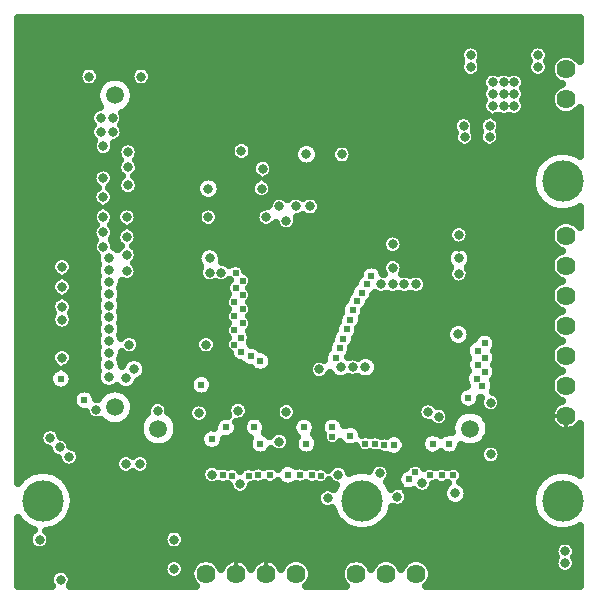
<source format=gbr>
G04 DipTrace 3.2.0.1*
G04 Power.gbr*
%MOIN*%
G04 #@! TF.FileFunction,Copper,L3,Inr*
G04 #@! TF.Part,Single*
%ADD36C,0.06378*%
%ADD40C,0.059055*%
%ADD48C,0.137795*%
G04 #@! TA.AperFunction,ViaPad*
%ADD16C,0.031496*%
%ADD20C,0.024*%
G04 #@! TA.AperFunction,CopperBalancing*
%ADD24C,0.025*%
%ADD25C,0.012992*%
%FSLAX26Y26*%
G04*
G70*
G90*
G75*
G01*
G04 Inner2_Plane*
%LPD*%
D16*
X1066929Y1755906D3*
X1393701Y1870466D3*
X1070866Y1523622D3*
X1393701Y1870466D3*
X1901575Y1523622D3*
D3*
X1070866D3*
X1900067Y1270146D3*
X1066929Y1755906D3*
X1590551Y1161417D3*
X1900067Y1270146D3*
X1590551Y1161417D3*
X1452756Y1870079D3*
X1901575Y1562992D3*
X1905512Y1350394D3*
X1649606Y1161417D3*
X1066929Y1582677D3*
X1078740Y1881890D3*
X1236220Y1874016D3*
D20*
X1177165Y1212598D3*
D16*
X818898Y1153543D3*
D20*
X1208661Y1196850D3*
D16*
X791339Y1125984D3*
D20*
X1240157Y1181102D3*
X574803Y1122047D3*
X1043307Y1102362D3*
X653543Y1051181D3*
D16*
X1889764Y740157D3*
D20*
X1964567Y1169291D3*
D3*
X1988189Y1192913D3*
X1964567Y1216535D3*
X1988189Y1240157D3*
X1610236Y1464567D3*
X1594488Y1437008D3*
X1331804Y802054D3*
X1578740Y1409449D3*
X1562992Y1381890D3*
X1539370Y1318898D3*
X1527559Y1287402D3*
X1515748Y1255906D3*
X1492126Y1192913D3*
D16*
X736220Y1169291D3*
Y1129921D3*
Y1523622D3*
Y1484252D3*
Y1444882D3*
Y1405512D3*
Y1366142D3*
Y1326772D3*
Y1287402D3*
Y1248031D3*
Y1208661D3*
D20*
X1078740Y921262D3*
X1125986Y960630D3*
X1220474Y960629D3*
X1240157Y905512D3*
X1393701D3*
X1385827Y960630D3*
X1480315D3*
X1539371Y933072D3*
X1685039Y901575D3*
X1736220Y787402D3*
X1547244Y1350394D3*
X1814962Y905512D3*
X1870035Y905555D3*
X1503937Y1224409D3*
D16*
X1507874Y1161417D3*
D20*
X1980315Y1098425D3*
D3*
X1960630Y1122047D3*
D3*
X1988189Y1145669D3*
D3*
X1933071Y1058633D3*
D16*
X767717Y692913D3*
Y653543D3*
Y614173D3*
X811024Y692913D3*
X850394D3*
X811024Y653543D3*
X850394D3*
X811024Y614173D3*
X850394D3*
X897638Y1015748D3*
X503937Y586614D3*
X574803Y452756D3*
X952756Y586614D3*
Y488189D3*
X1925197Y1877953D3*
X1078740Y803150D3*
X724409Y653543D3*
D20*
X1115406Y801148D3*
D16*
X685039Y653543D3*
D20*
X1145669Y799213D3*
D16*
X645669Y653543D3*
D20*
X1200787Y799213D3*
D16*
X645669Y614173D3*
D20*
X1233406Y801148D3*
D16*
X685039Y614173D3*
D20*
X1272906Y801148D3*
D16*
X724409Y614173D3*
X2098425Y1968504D3*
X1303150Y913386D3*
D20*
X1371302Y801148D3*
D16*
X1500000Y803150D3*
D20*
X1410606Y801148D3*
D16*
X1779528Y775591D3*
D20*
X1440945Y799213D3*
D16*
X1035433Y1007874D3*
D20*
X1480315Y929134D3*
D16*
X1326772Y1011811D3*
X1720472Y1437008D3*
X1799213Y1011811D3*
D20*
X1590551Y905512D3*
D16*
X1940945Y2200787D3*
D20*
X1622047Y905512D3*
D16*
X2007874Y1043307D3*
D20*
X1653543Y901575D3*
D16*
X2007874Y870079D3*
X692913Y1019685D3*
X842520Y2129921D3*
D20*
X1755906Y811024D3*
D16*
X669291Y2129921D3*
D20*
X1804605Y800948D3*
D16*
X791339Y838583D3*
D20*
X1843904Y800948D3*
D16*
X838583Y838583D3*
D20*
X1883306Y800948D3*
D16*
X708661Y1992126D3*
Y1944882D3*
X748031Y1992126D3*
Y1944882D3*
X1326772Y1649606D3*
X2051181Y2031496D3*
Y2070866D3*
Y2110236D3*
X1248031Y1822835D3*
X1358268Y1696850D3*
X1066929Y1661417D3*
X1759843Y1437008D3*
X1681102D3*
X1641732D3*
X1059055Y1236220D3*
X1259843Y1661417D3*
X795276Y1535433D3*
Y1594488D3*
Y1661417D3*
X799213Y1826772D3*
X795276Y1480315D3*
X799213Y1767717D3*
Y1877953D3*
X1066929Y1437008D3*
X2098425Y1933071D3*
X1173228Y771654D3*
X1464567Y724409D3*
X1637795Y807087D3*
X1696850Y728346D3*
X1834646Y996063D3*
X1940945Y2161417D3*
X1437008Y1153543D3*
X1165354Y1015748D3*
X2165354Y2200787D3*
Y2161417D3*
X2185039Y1968504D3*
X1901575Y1602362D3*
X716535Y1897638D3*
Y1791339D3*
Y1728346D3*
Y1661417D3*
Y1562992D3*
Y1610236D3*
X578740Y1429134D3*
Y1362205D3*
Y1318898D3*
Y1192913D3*
Y1496063D3*
X803150Y1236220D3*
X2185039Y1929134D3*
X1244094Y1755906D3*
X1917323Y1964567D3*
X1921260Y1929134D3*
X2003937D3*
D20*
X1157480Y1476378D3*
D16*
X602362Y862205D3*
X570866Y893701D3*
X539370Y925197D3*
X1681102Y1570866D3*
X2015748Y2110236D3*
Y2070866D3*
Y2031496D3*
X2086614Y2110236D3*
Y2070866D3*
Y2031496D3*
X724409Y692913D3*
X685039D3*
X645669D3*
X2003937Y1964567D3*
X1303150Y1696850D3*
X2255906Y547244D3*
Y507874D3*
D20*
X1181102Y1448819D3*
X1157480Y1425197D3*
X1181102Y1401575D3*
X1153543Y1377953D3*
X1181102Y1354331D3*
X1153543Y1330709D3*
D16*
X1405512Y1696850D3*
D20*
X1181102Y1307087D3*
X1153543Y1283465D3*
X1177165Y1259843D3*
X1153543Y1236220D3*
D16*
X1177165Y1881890D3*
X1547244Y1161417D3*
X1681102Y1492126D3*
X1901575Y1472441D3*
X1110236Y1476378D3*
X1511811Y1870079D3*
X1070866Y1476378D3*
D20*
X1133858Y1149606D3*
X434703Y2298852D2*
D24*
X2301530D1*
X434703Y2273983D2*
X2301530D1*
X434703Y2249114D2*
X2301530D1*
X434703Y2224245D2*
X1910823D1*
X1971084D2*
X2135207D1*
X2195504D2*
X2301530D1*
X434703Y2199377D2*
X1902211D1*
X1979661D2*
X2126630D1*
X2204080D2*
X2231950D1*
X2287726D2*
X2301530D1*
X434703Y2174508D2*
X1904651D1*
X1977257D2*
X2129070D1*
X434703Y2149639D2*
X636360D1*
X702220D2*
X809609D1*
X875433D2*
X1904148D1*
X1977723D2*
X2128568D1*
X434703Y2124770D2*
X630906D1*
X707674D2*
X728367D1*
X783461D2*
X804154D1*
X880887D2*
X1980043D1*
X2122336D2*
X2213578D1*
X434703Y2099902D2*
X646479D1*
X865349D2*
X1978500D1*
X2123843D2*
X2232955D1*
X434703Y2075033D2*
X690904D1*
X820924D2*
X1977244D1*
X2125135D2*
X2209559D1*
X434703Y2050164D2*
X692662D1*
X819166D2*
X1982161D1*
X2120183D2*
X2205073D1*
X434703Y2025295D2*
X691550D1*
X805710D2*
X1977531D1*
X2124812D2*
X2213219D1*
X434703Y2000427D2*
X670881D1*
X785830D2*
X1909531D1*
X1925110D2*
X1994576D1*
X2107767D2*
X2301530D1*
X434703Y1975558D2*
X673931D1*
X782780D2*
X1880285D1*
X1954362D2*
X1966910D1*
X2040987D2*
X2301530D1*
X434703Y1950689D2*
X670378D1*
X786296D2*
X1881326D1*
X1953322D2*
X1967950D1*
X2039910D2*
X2301530D1*
X434703Y1925820D2*
X675330D1*
X781380D2*
X1882654D1*
X2042530D2*
X2301530D1*
X434703Y1900951D2*
X677950D1*
X755149D2*
X768701D1*
X829716D2*
X1143834D1*
X1210483D2*
X1363230D1*
X1424174D2*
X1490332D1*
X1533297D2*
X1895967D1*
X1946540D2*
X1978644D1*
X2029217D2*
X2301530D1*
X434703Y1876083D2*
X684875D1*
X837898D2*
X1138882D1*
X1215435D2*
X1350204D1*
X1437199D2*
X1473574D1*
X1550055D2*
X2208697D1*
X2286865D2*
X2301530D1*
X434703Y1851214D2*
X769957D1*
X828496D2*
X1155353D1*
X1198964D2*
X1222995D1*
X1273065D2*
X1354582D1*
X1432822D2*
X1478347D1*
X1545247D2*
X2171270D1*
X434703Y1826345D2*
X704648D1*
X728451D2*
X760483D1*
X837969D2*
X1209466D1*
X1286594D2*
X2153759D1*
X434703Y1801476D2*
X679242D1*
X753821D2*
X770746D1*
X827671D2*
X1216248D1*
X1279811D2*
X2145075D1*
X434703Y1776608D2*
X680928D1*
X836857D2*
X1028610D1*
X1105235D2*
X1211835D1*
X1276367D2*
X2142958D1*
X434703Y1751739D2*
X686347D1*
X746716D2*
X764179D1*
X834238D2*
X1023263D1*
X1110582D2*
X1205591D1*
X1282610D2*
X2146977D1*
X434703Y1726870D2*
X677806D1*
X755256D2*
X1034962D1*
X1098919D2*
X1219909D1*
X1428336D2*
X2158029D1*
X434703Y1702001D2*
X689146D1*
X743917D2*
X1264764D1*
X1443910D2*
X2179452D1*
X434703Y1677133D2*
X681359D1*
X830434D2*
X1031768D1*
X1102077D2*
X1224681D1*
X1438420D2*
X2301530D1*
X434703Y1652264D2*
X678955D1*
X832838D2*
X1029364D1*
X1104517D2*
X1222277D1*
X1365431D2*
X2253696D1*
X2265973D2*
X2301530D1*
X434703Y1627395D2*
X682112D1*
X750950D2*
X777564D1*
X812994D2*
X1051935D1*
X1081946D2*
X1244848D1*
X1274859D2*
X1295624D1*
X1357931D2*
X1872857D1*
X1930284D2*
X2212681D1*
X434703Y1602526D2*
X678632D1*
X833125D2*
X1660961D1*
X1701271D2*
X1862810D1*
X1940332D2*
X2205001D1*
X434703Y1577657D2*
X680892D1*
X829896D2*
X1642983D1*
X1719213D2*
X1872534D1*
X1930607D2*
X2209953D1*
X434703Y1552789D2*
X679242D1*
X829608D2*
X1039016D1*
X1102723D2*
X1647182D1*
X1715015D2*
X1869735D1*
X1933406D2*
X2234642D1*
X434703Y1527920D2*
X558958D1*
X598550D2*
X692555D1*
X833233D2*
X1027211D1*
X1114529D2*
X1672875D1*
X1689350D2*
X1857929D1*
X1945212D2*
X2213004D1*
X434703Y1503051D2*
X540657D1*
X616815D2*
X696861D1*
X826020D2*
X1032486D1*
X1178546D2*
X1598846D1*
X1621644D2*
X1644024D1*
X1718173D2*
X1863169D1*
X1939973D2*
X2205037D1*
X434703Y1478182D2*
X544712D1*
X612760D2*
X692806D1*
X833950D2*
X1032163D1*
X1197529D2*
X1570641D1*
X1717060D2*
X1863276D1*
X1939865D2*
X2209702D1*
X434703Y1453314D2*
X549233D1*
X608239D2*
X693201D1*
X821965D2*
X1040416D1*
X1215794D2*
X1556000D1*
X1794714D2*
X1868300D1*
X1934877D2*
X2233565D1*
X434703Y1428445D2*
X540011D1*
X617497D2*
X695748D1*
X776679D2*
X1122627D1*
X1208940D2*
X1541610D1*
X1797548D2*
X2213362D1*
X434703Y1403576D2*
X550525D1*
X606947D2*
X692375D1*
X780052D2*
X1130701D1*
X1216045D2*
X1527472D1*
X1776341D2*
X2205073D1*
X434703Y1378707D2*
X543958D1*
X613514D2*
X694313D1*
X778151D2*
X1118536D1*
X1206679D2*
X1517209D1*
X1606035D2*
X2209487D1*
X434703Y1353839D2*
X540980D1*
X616492D2*
X694205D1*
X778222D2*
X1128225D1*
X1216081D2*
X1505403D1*
X1593296D2*
X2232560D1*
X434703Y1328970D2*
X541410D1*
X616062D2*
X692411D1*
X780052D2*
X1118608D1*
X1207648D2*
X1498693D1*
X1582925D2*
X2213685D1*
X434703Y1304101D2*
X543133D1*
X614339D2*
X695856D1*
X776572D2*
X1125928D1*
X1215973D2*
X1489255D1*
X1578511D2*
X1873934D1*
X1926193D2*
X2205109D1*
X434703Y1279232D2*
X693165D1*
X779263D2*
X1118823D1*
X1205746D2*
X1481361D1*
X1568715D2*
X1857212D1*
X1942915D2*
X1979900D1*
X1996455D2*
X2209236D1*
X434703Y1254364D2*
X692842D1*
X837036D2*
X1025165D1*
X1092927D2*
X1124062D1*
X1211703D2*
X1473789D1*
X1557734D2*
X1859329D1*
X2027530D2*
X2231627D1*
X434703Y1229495D2*
X696717D1*
X841271D2*
X1020931D1*
X1097161D2*
X1119254D1*
X1233413D2*
X1462270D1*
X1547615D2*
X1889866D1*
X1910261D2*
X1924746D1*
X2028714D2*
X2214044D1*
X434703Y1204626D2*
X541949D1*
X615559D2*
X692555D1*
X823400D2*
X1038801D1*
X1079327D2*
X1135976D1*
X1274393D2*
X1451900D1*
X1540618D2*
X1924423D1*
X2028427D2*
X2205145D1*
X434703Y1179757D2*
X542451D1*
X615021D2*
X693703D1*
X853400D2*
X1152733D1*
X1282144D2*
X1409485D1*
X1630149D2*
X1923992D1*
X2027925D2*
X2209020D1*
X434703Y1154888D2*
X550346D1*
X599268D2*
X694923D1*
X862765D2*
X1208103D1*
X1272204D2*
X1398289D1*
X1633917D2*
X1925284D1*
X2029109D2*
X2230694D1*
X434703Y1130020D2*
X533624D1*
X615990D2*
X692339D1*
X855445D2*
X1012606D1*
X1074016D2*
X1406937D1*
X1619994D2*
X1919435D1*
X2026956D2*
X2214403D1*
X434703Y1105151D2*
X536602D1*
X613012D2*
X700593D1*
X829573D2*
X1001410D1*
X1085212D2*
X1922413D1*
X2021753D2*
X2205217D1*
X434703Y1080282D2*
X624339D1*
X682770D2*
X718858D1*
X792935D2*
X1008048D1*
X1078573D2*
X1897546D1*
X2017913D2*
X2208805D1*
X434703Y1055413D2*
X611779D1*
X814932D2*
X1891194D1*
X2044539D2*
X2229833D1*
X434703Y1030545D2*
X617377D1*
X821355D2*
X862036D1*
X933242D2*
X1004639D1*
X1066229D2*
X1129768D1*
X1200938D2*
X1293256D1*
X1360300D2*
X1765671D1*
X1848325D2*
X1902785D1*
X2044288D2*
X2214762D1*
X434703Y1005676D2*
X656993D1*
X817515D2*
X858555D1*
X942249D2*
X996745D1*
X1074123D2*
X1128045D1*
X1202660D2*
X1288555D1*
X1365001D2*
X1760970D1*
X1872080D2*
X1897940D1*
X1981634D2*
X2205253D1*
X434703Y980807D2*
X711143D1*
X800686D2*
X839787D1*
X961052D2*
X1008838D1*
X1062030D2*
X1089541D1*
X1256917D2*
X1305492D1*
X1422272D2*
X1443862D1*
X1516791D2*
X1777944D1*
X2000402D2*
X2208590D1*
X434703Y955938D2*
X517655D1*
X561087D2*
X834871D1*
X965932D2*
X1057317D1*
X1262192D2*
X1344104D1*
X1574098D2*
X1874257D1*
X2005318D2*
X2229008D1*
X434703Y931070D2*
X501113D1*
X577630D2*
X840218D1*
X960586D2*
X1037976D1*
X1154683D2*
X1191775D1*
X1337298D2*
X1357130D1*
X1426327D2*
X1445369D1*
X1713831D2*
X1782357D1*
X1999971D2*
X2301530D1*
X434703Y906201D2*
X505993D1*
X607378D2*
X859847D1*
X940957D2*
X1039734D1*
X1117758D2*
X1198163D1*
X1435692D2*
X1454771D1*
X1726785D2*
X1772956D1*
X1980343D2*
X2301530D1*
X434703Y881332D2*
X534305D1*
X635654D2*
X1206416D1*
X1322585D2*
X1359965D1*
X1427439D2*
X1566335D1*
X1721474D2*
X1781245D1*
X1903730D2*
X1970929D1*
X2044826D2*
X2301530D1*
X434703Y856463D2*
X564089D1*
X640642D2*
X757290D1*
X872598D2*
X1971790D1*
X2043965D2*
X2301530D1*
X434703Y831594D2*
X580452D1*
X624279D2*
X753271D1*
X876653D2*
X1053765D1*
X1129277D2*
X1219550D1*
X1286773D2*
X1303088D1*
X1446215D2*
X1475045D1*
X1524972D2*
X1608570D1*
X1667002D2*
X1728244D1*
X1817931D2*
X1830586D1*
X1857224D2*
X1869987D1*
X1896625D2*
X2301530D1*
X434703Y806726D2*
X464977D1*
X566577D2*
X771536D1*
X858388D2*
X1040165D1*
X1676547D2*
X1699285D1*
X1917796D2*
X2196963D1*
X597043Y781857D2*
X1046911D1*
X1666320D2*
X1694621D1*
X1912091D2*
X2166498D1*
X612294Y756988D2*
X1137590D1*
X1208868D2*
X1446158D1*
X1813122D2*
X1849461D1*
X1930069D2*
X2151247D1*
X619471Y732119D2*
X1426637D1*
X1735397D2*
X1846662D1*
X1932832D2*
X2144106D1*
X620260Y707251D2*
X1430154D1*
X1728830D2*
X1862200D1*
X1917330D2*
X2143281D1*
X614842Y682382D2*
X1480894D1*
X1679023D2*
X2148699D1*
X602031Y657513D2*
X1493705D1*
X1666212D2*
X2161546D1*
X434703Y632644D2*
X454427D1*
X577127D2*
X1518609D1*
X1641309D2*
X2186413D1*
X434703Y607776D2*
X472010D1*
X535861D2*
X920814D1*
X984700D2*
X2301530D1*
X434703Y582907D2*
X465372D1*
X542499D2*
X914211D1*
X991303D2*
X2246914D1*
X2264904D2*
X2301530D1*
X434703Y558038D2*
X479151D1*
X528755D2*
X927955D1*
X977559D2*
X2218817D1*
X434703Y533169D2*
X2220001D1*
X434703Y508301D2*
X920096D1*
X985418D2*
X1018347D1*
X1099745D2*
X1118356D1*
X1199754D2*
X1218366D1*
X1299763D2*
X1318375D1*
X1399736D2*
X1519147D1*
X1600544D2*
X1619156D1*
X1700554D2*
X1719165D1*
X1800527D2*
X2217166D1*
X434703Y483432D2*
X553001D1*
X596612D2*
X914319D1*
X991195D2*
X1005321D1*
X1412762D2*
X1506121D1*
X1813553D2*
X2226639D1*
X2285179D2*
X2301530D1*
X434703Y458563D2*
X536530D1*
X613083D2*
X929354D1*
X976159D2*
X1006039D1*
X1412081D2*
X1506839D1*
X1812871D2*
X2301530D1*
X434703Y433694D2*
X541482D1*
X608131D2*
X1021290D1*
X1396830D2*
X1522089D1*
X1797620D2*
X2301530D1*
X2244225Y2103556D2*
X2239794Y2105141D1*
X2232469Y2108874D1*
X2225818Y2113706D1*
X2220005Y2119519D1*
X2215173Y2126170D1*
X2211441Y2133495D1*
X2208900Y2141313D1*
X2207614Y2149433D1*
Y2157654D1*
X2208900Y2165773D1*
X2211441Y2173592D1*
X2215173Y2180917D1*
X2220005Y2187568D1*
X2225818Y2193381D1*
X2232469Y2198213D1*
X2239794Y2201945D1*
X2247612Y2204486D1*
X2255732Y2205772D1*
X2263953D1*
X2272073Y2204486D1*
X2279891Y2201945D1*
X2287216Y2198213D1*
X2293867Y2193381D1*
X2299680Y2187568D1*
X2304039Y2181625D1*
X2304035Y2323736D1*
X432221Y2323720D1*
X432185Y775581D1*
X437916Y782943D1*
X443373Y788847D1*
X449278Y794305D1*
X455592Y799282D1*
X462277Y803749D1*
X469292Y807678D1*
X476594Y811044D1*
X484137Y813827D1*
X491875Y816009D1*
X499761Y817578D1*
X507746Y818523D1*
X515780Y818839D1*
X523814Y818523D1*
X531798Y817578D1*
X539684Y816009D1*
X547422Y813827D1*
X554965Y811044D1*
X562267Y807678D1*
X569282Y803749D1*
X575967Y799282D1*
X582281Y794305D1*
X588186Y788847D1*
X593643Y782943D1*
X598621Y776629D1*
X603088Y769944D1*
X607016Y762928D1*
X610383Y755627D1*
X613165Y748084D1*
X615348Y740345D1*
X616916Y732459D1*
X617862Y724475D1*
X618177Y716441D1*
X617862Y708407D1*
X616916Y700422D1*
X615348Y692537D1*
X613165Y684798D1*
X610383Y677255D1*
X607016Y669953D1*
X603088Y662938D1*
X598621Y656253D1*
X593643Y649939D1*
X588186Y644035D1*
X582281Y638577D1*
X575967Y633600D1*
X569282Y629133D1*
X562267Y625204D1*
X554965Y621838D1*
X547422Y619055D1*
X539684Y616873D1*
X531798Y615304D1*
X526839Y614717D1*
X531500Y610155D1*
X534844Y605554D1*
X537426Y600486D1*
X539184Y595076D1*
X540073Y589458D1*
Y583770D1*
X539184Y578152D1*
X537426Y572743D1*
X534844Y567675D1*
X531500Y563073D1*
X527478Y559051D1*
X522877Y555708D1*
X517809Y553125D1*
X512399Y551368D1*
X506781Y550478D1*
X501093D1*
X495475Y551368D1*
X490065Y553125D1*
X484997Y555708D1*
X480396Y559051D1*
X476374Y563073D1*
X473030Y567675D1*
X470448Y572743D1*
X468691Y578152D1*
X467801Y583770D1*
Y589458D1*
X468691Y595076D1*
X470448Y600486D1*
X473030Y605554D1*
X476374Y610155D1*
X480396Y614177D1*
X484997Y617521D1*
X486443Y618330D1*
X476594Y621838D1*
X469292Y625204D1*
X462277Y629133D1*
X455592Y633600D1*
X449278Y638577D1*
X443373Y644035D1*
X437916Y649939D1*
X432188Y657376D1*
X432185Y432170D1*
X544957Y432185D1*
X542506Y436300D1*
X540329Y441555D1*
X539001Y447085D1*
X538555Y452756D1*
X539001Y458426D1*
X540329Y463957D1*
X542506Y469212D1*
X545478Y474062D1*
X549172Y478387D1*
X553497Y482081D1*
X558347Y485053D1*
X563602Y487230D1*
X569133Y488558D1*
X574803Y489004D1*
X580474Y488558D1*
X586004Y487230D1*
X591259Y485053D1*
X596109Y482081D1*
X600434Y478387D1*
X604128Y474062D1*
X607100Y469212D1*
X609277Y463957D1*
X610605Y458426D1*
X611051Y452756D1*
X610605Y447085D1*
X609277Y441555D1*
X607100Y436300D1*
X604616Y432180D1*
X1025518Y432185D1*
X1019218Y438417D1*
X1014386Y445067D1*
X1010653Y452392D1*
X1008113Y460211D1*
X1006827Y468330D1*
Y476551D1*
X1008113Y484671D1*
X1010653Y492490D1*
X1014386Y499815D1*
X1019218Y506465D1*
X1025031Y512278D1*
X1031682Y517111D1*
X1039006Y520843D1*
X1046825Y523383D1*
X1054945Y524669D1*
X1063166D1*
X1071285Y523383D1*
X1079104Y520843D1*
X1086429Y517111D1*
X1093080Y512278D1*
X1098893Y506465D1*
X1103725Y499815D1*
X1107457Y492490D1*
X1109042Y488058D1*
X1111555Y494541D1*
X1115111Y500965D1*
X1119531Y506829D1*
X1124728Y512018D1*
X1130598Y516428D1*
X1137028Y519975D1*
X1143890Y522588D1*
X1151051Y524216D1*
X1158368Y524826D1*
X1165700Y524408D1*
X1172900Y522968D1*
X1179829Y520536D1*
X1186349Y517159D1*
X1192333Y512904D1*
X1197664Y507853D1*
X1202236Y502107D1*
X1205960Y495778D1*
X1208762Y488991D1*
X1209052Y488067D1*
X1211555Y494541D1*
X1215111Y500965D1*
X1219531Y506829D1*
X1224728Y512018D1*
X1230598Y516428D1*
X1237028Y519975D1*
X1243890Y522588D1*
X1251051Y524216D1*
X1258368Y524826D1*
X1265700Y524408D1*
X1272900Y522968D1*
X1279829Y520536D1*
X1286349Y517159D1*
X1292333Y512904D1*
X1297664Y507853D1*
X1302236Y502107D1*
X1305960Y495778D1*
X1308762Y488991D1*
X1309052Y488067D1*
X1312375Y496225D1*
X1316671Y503235D1*
X1322010Y509486D1*
X1328261Y514825D1*
X1335271Y519121D1*
X1342866Y522267D1*
X1350860Y524186D1*
X1359055Y524831D1*
X1367251Y524186D1*
X1375244Y522267D1*
X1382840Y519121D1*
X1389849Y514825D1*
X1396100Y509486D1*
X1401439Y503235D1*
X1405735Y496225D1*
X1408881Y488630D1*
X1410800Y480637D1*
X1411445Y472441D1*
X1410800Y464245D1*
X1408881Y456252D1*
X1405735Y448656D1*
X1401439Y441647D1*
X1396100Y435396D1*
X1392537Y432176D1*
X1526317Y432185D1*
X1520005Y438417D1*
X1515173Y445067D1*
X1511441Y452392D1*
X1508900Y460211D1*
X1507614Y468330D1*
Y476551D1*
X1508900Y484671D1*
X1511441Y492490D1*
X1515173Y499815D1*
X1520005Y506465D1*
X1525818Y512278D1*
X1532469Y517111D1*
X1539794Y520843D1*
X1547612Y523383D1*
X1555732Y524669D1*
X1563953D1*
X1572073Y523383D1*
X1579891Y520843D1*
X1587216Y517111D1*
X1593867Y512278D1*
X1599680Y506465D1*
X1604512Y499815D1*
X1608244Y492490D1*
X1609830Y488058D1*
X1613163Y496225D1*
X1617458Y503235D1*
X1622797Y509486D1*
X1629049Y514825D1*
X1636058Y519121D1*
X1643653Y522267D1*
X1651647Y524186D1*
X1659843Y524831D1*
X1668038Y524186D1*
X1676032Y522267D1*
X1683627Y519121D1*
X1690636Y514825D1*
X1696888Y509486D1*
X1702227Y503235D1*
X1706522Y496225D1*
X1709830Y488058D1*
X1713163Y496225D1*
X1717458Y503235D1*
X1722797Y509486D1*
X1729049Y514825D1*
X1736058Y519121D1*
X1743653Y522267D1*
X1751647Y524186D1*
X1759843Y524831D1*
X1768038Y524186D1*
X1776032Y522267D1*
X1783627Y519121D1*
X1790636Y514825D1*
X1796888Y509486D1*
X1802227Y503235D1*
X1806522Y496225D1*
X1809668Y488630D1*
X1811587Y480637D1*
X1812232Y472441D1*
X1811587Y464245D1*
X1809668Y456252D1*
X1806522Y448656D1*
X1802227Y441647D1*
X1796888Y435396D1*
X1793324Y432176D1*
X2304000Y432185D1*
X2304035Y630863D1*
X2294267Y625204D1*
X2286965Y621838D1*
X2279422Y619055D1*
X2271684Y616873D1*
X2263798Y615304D1*
X2255814Y614359D1*
X2247780Y614043D1*
X2239746Y614359D1*
X2231761Y615304D1*
X2223875Y616873D1*
X2216137Y619055D1*
X2208594Y621838D1*
X2201292Y625204D1*
X2194277Y629133D1*
X2187592Y633600D1*
X2181278Y638577D1*
X2175373Y644035D1*
X2169916Y649939D1*
X2164938Y656253D1*
X2160471Y662938D1*
X2156543Y669953D1*
X2153176Y677255D1*
X2150394Y684798D1*
X2148211Y692537D1*
X2146643Y700422D1*
X2145698Y708407D1*
X2145382Y716441D1*
X2145698Y724475D1*
X2146643Y732459D1*
X2148211Y740345D1*
X2150394Y748084D1*
X2153176Y755627D1*
X2156543Y762928D1*
X2160471Y769944D1*
X2164938Y776629D1*
X2169916Y782943D1*
X2175373Y788847D1*
X2181278Y794305D1*
X2187592Y799282D1*
X2194277Y803749D1*
X2201292Y807678D1*
X2208594Y811044D1*
X2216137Y813827D1*
X2223875Y816009D1*
X2231761Y817578D1*
X2239746Y818523D1*
X2247780Y818839D1*
X2255814Y818523D1*
X2263798Y817578D1*
X2271684Y816009D1*
X2279422Y813827D1*
X2286965Y811044D1*
X2294267Y807678D1*
X2304024Y801917D1*
X2304035Y971835D1*
X2299866Y966194D1*
X2294746Y960930D1*
X2288940Y956434D1*
X2282563Y952793D1*
X2275740Y950080D1*
X2268604Y948348D1*
X2261296Y947630D1*
X2253960Y947942D1*
X2246739Y949275D1*
X2239775Y951606D1*
X2233206Y954887D1*
X2227160Y959054D1*
X2221756Y964026D1*
X2217101Y969705D1*
X2213285Y975978D1*
X2210383Y982724D1*
X2208454Y989809D1*
X2207533Y997094D1*
X2207641Y1004436D1*
X2208774Y1011691D1*
X2210910Y1018717D1*
X2214008Y1025375D1*
X2218006Y1031534D1*
X2222826Y1037074D1*
X2228373Y1041885D1*
X2234538Y1045874D1*
X2241201Y1048961D1*
X2244206Y1049995D1*
X2236058Y1053320D1*
X2229049Y1057616D1*
X2222797Y1062955D1*
X2217458Y1069206D1*
X2213163Y1076216D1*
X2210017Y1083811D1*
X2208098Y1091804D1*
X2207453Y1100000D1*
X2208098Y1108196D1*
X2210017Y1116189D1*
X2213163Y1123784D1*
X2217458Y1130794D1*
X2222797Y1137045D1*
X2229049Y1142384D1*
X2236058Y1146680D1*
X2244225Y1149987D1*
X2236058Y1153320D1*
X2229049Y1157616D1*
X2222797Y1162955D1*
X2217458Y1169206D1*
X2213163Y1176216D1*
X2210017Y1183811D1*
X2208098Y1191804D1*
X2207453Y1200000D1*
X2208098Y1208196D1*
X2210017Y1216189D1*
X2213163Y1223784D1*
X2217458Y1230794D1*
X2222797Y1237045D1*
X2229049Y1242384D1*
X2236058Y1246680D1*
X2244225Y1249987D1*
X2236058Y1253320D1*
X2229049Y1257616D1*
X2222797Y1262955D1*
X2217458Y1269206D1*
X2213163Y1276216D1*
X2210017Y1283811D1*
X2208098Y1291804D1*
X2207453Y1300000D1*
X2208098Y1308196D1*
X2210017Y1316189D1*
X2213163Y1323784D1*
X2217458Y1330794D1*
X2222797Y1337045D1*
X2229049Y1342384D1*
X2236058Y1346680D1*
X2244225Y1349987D1*
X2236058Y1353320D1*
X2229049Y1357616D1*
X2222797Y1362955D1*
X2217458Y1369206D1*
X2213163Y1376216D1*
X2210017Y1383811D1*
X2208098Y1391804D1*
X2207453Y1400000D1*
X2208098Y1408196D1*
X2210017Y1416189D1*
X2213163Y1423784D1*
X2217458Y1430794D1*
X2222797Y1437045D1*
X2229049Y1442384D1*
X2236058Y1446680D1*
X2244225Y1449987D1*
X2236058Y1453320D1*
X2229049Y1457616D1*
X2222797Y1462955D1*
X2217458Y1469206D1*
X2213163Y1476216D1*
X2210017Y1483811D1*
X2208098Y1491804D1*
X2207453Y1500000D1*
X2208098Y1508196D1*
X2210017Y1516189D1*
X2213163Y1523784D1*
X2217458Y1530794D1*
X2222797Y1537045D1*
X2229049Y1542384D1*
X2236058Y1546680D1*
X2244225Y1549987D1*
X2236058Y1553320D1*
X2229049Y1557616D1*
X2222797Y1562955D1*
X2217458Y1569206D1*
X2213163Y1576216D1*
X2210017Y1583811D1*
X2208098Y1591804D1*
X2207453Y1600000D1*
X2208098Y1608196D1*
X2210017Y1616189D1*
X2213163Y1623784D1*
X2217458Y1630794D1*
X2222797Y1637045D1*
X2229049Y1642384D1*
X2236058Y1646680D1*
X2243653Y1649826D1*
X2251647Y1651745D1*
X2259843Y1652390D1*
X2268038Y1651745D1*
X2276032Y1649826D1*
X2283627Y1646680D1*
X2290636Y1642384D1*
X2296888Y1637045D1*
X2302227Y1630794D1*
X2304039Y1628082D1*
X2304035Y1694901D1*
X2294267Y1689204D1*
X2286965Y1685838D1*
X2279422Y1683055D1*
X2271684Y1680873D1*
X2263798Y1679304D1*
X2255814Y1678359D1*
X2247780Y1678043D1*
X2239746Y1678359D1*
X2231761Y1679304D1*
X2223875Y1680873D1*
X2216137Y1683055D1*
X2208594Y1685838D1*
X2201292Y1689204D1*
X2194277Y1693133D1*
X2187592Y1697600D1*
X2181278Y1702577D1*
X2175373Y1708035D1*
X2169916Y1713939D1*
X2164938Y1720253D1*
X2160471Y1726938D1*
X2156543Y1733953D1*
X2153176Y1741255D1*
X2150394Y1748798D1*
X2148211Y1756537D1*
X2146643Y1764422D1*
X2145698Y1772407D1*
X2145382Y1780441D1*
X2145698Y1788475D1*
X2146643Y1796459D1*
X2148211Y1804345D1*
X2150394Y1812084D1*
X2153176Y1819627D1*
X2156543Y1826928D1*
X2160471Y1833944D1*
X2164938Y1840629D1*
X2169916Y1846943D1*
X2175373Y1852847D1*
X2181278Y1858305D1*
X2187592Y1863282D1*
X2194277Y1867749D1*
X2201292Y1871678D1*
X2208594Y1875044D1*
X2216137Y1877827D1*
X2223875Y1880009D1*
X2231761Y1881578D1*
X2239746Y1882523D1*
X2247780Y1882839D1*
X2255814Y1882523D1*
X2263798Y1881578D1*
X2271684Y1880009D1*
X2279422Y1877827D1*
X2286965Y1875044D1*
X2294267Y1871678D1*
X2304024Y1865917D1*
X2304035Y2025395D1*
X2299680Y2019519D1*
X2293867Y2013706D1*
X2287216Y2008874D1*
X2279891Y2005141D1*
X2272073Y2002601D1*
X2263953Y2001315D1*
X2255732D1*
X2247612Y2002601D1*
X2239794Y2005141D1*
X2232469Y2008874D1*
X2225818Y2013706D1*
X2220005Y2019519D1*
X2215173Y2026170D1*
X2211441Y2033495D1*
X2208900Y2041313D1*
X2207614Y2049433D1*
Y2057654D1*
X2208900Y2065773D1*
X2211441Y2073592D1*
X2215173Y2080917D1*
X2220005Y2087568D1*
X2225818Y2093381D1*
X2232469Y2098213D1*
X2239794Y2101945D1*
X2244225Y2103530D1*
X2002613Y951496D2*
X2001066Y941727D1*
X1998009Y932321D1*
X1993519Y923509D1*
X1987706Y915508D1*
X1980713Y908514D1*
X1972711Y902701D1*
X1963899Y898211D1*
X1954493Y895155D1*
X1944725Y893608D1*
X1934834D1*
X1925066Y895155D1*
X1915660Y898211D1*
X1909293Y901331D1*
X1908444Y896334D1*
X1906529Y890439D1*
X1903715Y884916D1*
X1900071Y879902D1*
X1895689Y875519D1*
X1890674Y871876D1*
X1885151Y869062D1*
X1879257Y867147D1*
X1873135Y866177D1*
X1866936D1*
X1860814Y867147D1*
X1854919Y869062D1*
X1849397Y871876D1*
X1844382Y875519D1*
X1842541Y877221D1*
X1838179Y873556D1*
X1832895Y870317D1*
X1827168Y867945D1*
X1821141Y866498D1*
X1814962Y866012D1*
X1808783Y866498D1*
X1802756Y867945D1*
X1797029Y870317D1*
X1791744Y873556D1*
X1787031Y877581D1*
X1783006Y882294D1*
X1779767Y887579D1*
X1777395Y893306D1*
X1775948Y899333D1*
X1775462Y905512D1*
X1775948Y911691D1*
X1777395Y917718D1*
X1779767Y923444D1*
X1783006Y928729D1*
X1787031Y933443D1*
X1791744Y937468D1*
X1797029Y940707D1*
X1802756Y943079D1*
X1808783Y944526D1*
X1814962Y945012D1*
X1821141Y944526D1*
X1827168Y943079D1*
X1832895Y940707D1*
X1838179Y937468D1*
X1842457Y933845D1*
X1846818Y937511D1*
X1852103Y940750D1*
X1857829Y943122D1*
X1863856Y944569D1*
X1870035Y945055D1*
X1876215Y944569D1*
X1877938Y944226D1*
X1876946Y951496D1*
Y961386D1*
X1878493Y971154D1*
X1881550Y980561D1*
X1886040Y989373D1*
X1891853Y997374D1*
X1898846Y1004367D1*
X1906848Y1010181D1*
X1915660Y1014671D1*
X1925066Y1017727D1*
X1933663Y1019136D1*
X1926892Y1019619D1*
X1920865Y1021066D1*
X1915138Y1023438D1*
X1909853Y1026676D1*
X1905140Y1030702D1*
X1901115Y1035415D1*
X1897876Y1040700D1*
X1895504Y1046426D1*
X1894057Y1052453D1*
X1893571Y1058633D1*
X1894057Y1064812D1*
X1895504Y1070839D1*
X1897876Y1076565D1*
X1901115Y1081850D1*
X1905140Y1086563D1*
X1909853Y1090589D1*
X1915138Y1093827D1*
X1920865Y1096199D1*
X1926892Y1097646D1*
X1929334Y1097935D1*
X1925435Y1104115D1*
X1923063Y1109841D1*
X1921616Y1115868D1*
X1921130Y1122047D1*
X1921616Y1128226D1*
X1923063Y1134253D1*
X1925435Y1139980D1*
X1928674Y1145265D1*
X1931128Y1148279D1*
X1928074Y1154175D1*
X1926158Y1160070D1*
X1925189Y1166192D1*
Y1172390D1*
X1926158Y1178512D1*
X1928074Y1184407D1*
X1930888Y1189930D1*
X1932918Y1192899D1*
X1929372Y1198603D1*
X1927000Y1204329D1*
X1925553Y1210356D1*
X1925067Y1216535D1*
X1925553Y1222715D1*
X1927000Y1228742D1*
X1929372Y1234468D1*
X1932611Y1239753D1*
X1936636Y1244466D1*
X1941349Y1248492D1*
X1946634Y1251730D1*
X1951054Y1253620D1*
X1952994Y1258090D1*
X1956233Y1263375D1*
X1960258Y1268088D1*
X1964971Y1272114D1*
X1970256Y1275352D1*
X1975983Y1277724D1*
X1982010Y1279171D1*
X1988189Y1279657D1*
X1994368Y1279171D1*
X2000395Y1277724D1*
X2006122Y1275352D1*
X2011406Y1272114D1*
X2016120Y1268088D1*
X2020145Y1263375D1*
X2023384Y1258090D1*
X2025756Y1252364D1*
X2027203Y1246337D1*
X2027689Y1240157D1*
X2027203Y1233978D1*
X2025756Y1227951D1*
X2023384Y1222225D1*
X2019838Y1216550D1*
X2023384Y1210846D1*
X2025756Y1205120D1*
X2027203Y1199093D1*
X2027689Y1192913D1*
X2027203Y1186734D1*
X2025756Y1180707D1*
X2023384Y1174981D1*
X2019838Y1169306D1*
X2023384Y1163602D1*
X2025756Y1157875D1*
X2027203Y1151848D1*
X2027689Y1145669D1*
X2027203Y1139490D1*
X2025756Y1133463D1*
X2023384Y1127737D1*
X2020145Y1122452D1*
X2016120Y1117739D1*
X2015221Y1116908D1*
X2017882Y1110631D1*
X2019329Y1104604D1*
X2019815Y1098425D1*
X2019329Y1092246D1*
X2017882Y1086219D1*
X2015510Y1080493D1*
X2014628Y1078918D1*
X2019075Y1077781D1*
X2024330Y1075604D1*
X2029180Y1072632D1*
X2033505Y1068938D1*
X2037199Y1064613D1*
X2040171Y1059763D1*
X2042348Y1054508D1*
X2043676Y1048978D1*
X2044122Y1043307D1*
X2043676Y1037637D1*
X2042348Y1032106D1*
X2040171Y1026851D1*
X2037199Y1022001D1*
X2033505Y1017676D1*
X2029180Y1013982D1*
X2024330Y1011010D1*
X2019075Y1008833D1*
X2013544Y1007505D1*
X2007874Y1007059D1*
X2002204Y1007505D1*
X1996673Y1008833D1*
X1991418Y1011010D1*
X1986568Y1013982D1*
X1982243Y1017676D1*
X1978549Y1022001D1*
X1975577Y1026851D1*
X1973400Y1032106D1*
X1972072Y1037637D1*
X1971626Y1043307D1*
X1972072Y1048978D1*
X1973400Y1054508D1*
X1975339Y1059248D1*
X1972555Y1059726D1*
X1972085Y1052453D1*
X1970638Y1046426D1*
X1968266Y1040700D1*
X1965027Y1035415D1*
X1961002Y1030702D1*
X1956288Y1026676D1*
X1951003Y1023438D1*
X1945277Y1021066D1*
X1939250Y1019619D1*
X1937674Y1019432D1*
X1944725Y1019274D1*
X1954493Y1017727D1*
X1963899Y1014671D1*
X1972711Y1010181D1*
X1980713Y1004367D1*
X1987706Y997374D1*
X1993519Y989373D1*
X1998009Y980561D1*
X2001066Y971154D1*
X2002613Y961386D1*
Y951496D1*
X963241D2*
X961694Y941727D1*
X958638Y932321D1*
X954148Y923509D1*
X948335Y915508D1*
X941341Y908514D1*
X933340Y902701D1*
X924528Y898211D1*
X915122Y895155D1*
X905353Y893608D1*
X895463D1*
X885695Y895155D1*
X876289Y898211D1*
X867476Y902701D1*
X859475Y908514D1*
X852482Y915508D1*
X846668Y923509D1*
X842178Y932321D1*
X839122Y941727D1*
X837575Y951496D1*
Y961386D1*
X839122Y971154D1*
X842178Y980561D1*
X846668Y989373D1*
X852482Y997374D1*
X859475Y1004367D1*
X862526Y1006773D1*
X861502Y1012904D1*
Y1018592D1*
X862391Y1024210D1*
X864149Y1029620D1*
X866731Y1034688D1*
X870075Y1039289D1*
X874097Y1043311D1*
X878698Y1046655D1*
X883766Y1049237D1*
X889176Y1050995D1*
X894794Y1051884D1*
X900482D1*
X906100Y1050995D1*
X911509Y1049237D1*
X916577Y1046655D1*
X921179Y1043311D1*
X925201Y1039289D1*
X928544Y1034688D1*
X931127Y1029620D1*
X932884Y1024210D1*
X933774Y1018592D1*
Y1012904D1*
X933443Y1010111D1*
X941341Y1004367D1*
X948335Y997374D1*
X954148Y989373D1*
X958638Y980561D1*
X961694Y971154D1*
X963241Y961386D1*
Y951496D1*
X818739Y1022614D2*
X817192Y1012846D1*
X814135Y1003439D1*
X809645Y994627D1*
X803832Y986626D1*
X796839Y979633D1*
X788837Y973819D1*
X780025Y969329D1*
X770619Y966273D1*
X760851Y964726D1*
X750960D1*
X741192Y966273D1*
X731786Y969329D1*
X722974Y973819D1*
X714972Y979633D1*
X707919Y986702D1*
X701375Y984439D1*
X695757Y983549D1*
X690069D1*
X684451Y984439D1*
X679042Y986196D1*
X673974Y988779D1*
X669372Y992122D1*
X665350Y996144D1*
X662007Y1000745D1*
X659425Y1005814D1*
X657535Y1011888D1*
X650444Y1011803D1*
X644322Y1012772D1*
X638427Y1014688D1*
X632905Y1017502D1*
X627890Y1021145D1*
X623507Y1025528D1*
X619864Y1030542D1*
X617050Y1036065D1*
X615135Y1041960D1*
X614165Y1048082D1*
Y1054280D1*
X615135Y1060402D1*
X617050Y1066297D1*
X619864Y1071820D1*
X623507Y1076834D1*
X627890Y1081217D1*
X632905Y1084860D1*
X638427Y1087674D1*
X644322Y1089590D1*
X650444Y1090559D1*
X656642D1*
X662764Y1089590D1*
X668659Y1087674D1*
X674182Y1084860D1*
X679197Y1081217D1*
X683579Y1076834D1*
X687223Y1071820D1*
X690037Y1066297D1*
X691952Y1060402D1*
X692726Y1055929D1*
X699336Y1055337D1*
X702166Y1060491D1*
X707979Y1068492D1*
X714972Y1075486D1*
X722974Y1081299D1*
X731786Y1085789D1*
X741211Y1088849D1*
X736220Y1088547D1*
X729748Y1089057D1*
X723435Y1090572D1*
X717437Y1093057D1*
X711901Y1096449D1*
X706965Y1100665D1*
X702748Y1105602D1*
X699356Y1111138D1*
X696871Y1117136D1*
X695356Y1123449D1*
X694846Y1129921D1*
X695356Y1136394D1*
X696871Y1142707D1*
X699356Y1148705D1*
X699846Y1149579D1*
X696871Y1156506D1*
X695356Y1162819D1*
X694846Y1169291D1*
X695356Y1175764D1*
X696871Y1182077D1*
X699356Y1188075D1*
X699846Y1188949D1*
X696871Y1195876D1*
X695356Y1202189D1*
X694846Y1208661D1*
X695356Y1215134D1*
X696871Y1221447D1*
X699356Y1227445D1*
X699846Y1228320D1*
X696871Y1235246D1*
X695356Y1241559D1*
X694846Y1248031D1*
X695356Y1254504D1*
X696871Y1260817D1*
X699356Y1266815D1*
X699846Y1267690D1*
X696871Y1274616D1*
X695356Y1280929D1*
X694846Y1287402D1*
X695356Y1293874D1*
X696871Y1300187D1*
X699356Y1306185D1*
X699846Y1307060D1*
X696871Y1313986D1*
X695356Y1320299D1*
X694846Y1326772D1*
X695356Y1333244D1*
X696871Y1339557D1*
X699356Y1345555D1*
X699846Y1346430D1*
X696871Y1353356D1*
X695356Y1359669D1*
X694846Y1366142D1*
X695356Y1372614D1*
X696871Y1378927D1*
X699356Y1384925D1*
X699846Y1385800D1*
X696871Y1392727D1*
X695356Y1399039D1*
X694846Y1405512D1*
X695356Y1411984D1*
X696871Y1418297D1*
X699356Y1424295D1*
X699846Y1425170D1*
X696871Y1432097D1*
X695356Y1438410D1*
X694846Y1444882D1*
X695356Y1451354D1*
X696871Y1457667D1*
X699356Y1463665D1*
X699846Y1464540D1*
X696871Y1471467D1*
X695356Y1477780D1*
X694846Y1484252D1*
X695356Y1490724D1*
X696871Y1497037D1*
X699356Y1503035D1*
X699846Y1503910D1*
X696871Y1510837D1*
X695356Y1517150D1*
X694846Y1523622D1*
X695356Y1530094D1*
X695962Y1533144D1*
X690904Y1537361D1*
X687210Y1541686D1*
X684238Y1546536D1*
X682062Y1551791D1*
X680734Y1557322D1*
X680287Y1562992D1*
X680734Y1568663D1*
X682062Y1574193D1*
X684238Y1579448D1*
X687210Y1584298D1*
X688972Y1586695D1*
X685629Y1591297D1*
X683047Y1596365D1*
X681289Y1601774D1*
X680399Y1607392D1*
Y1613080D1*
X681289Y1618698D1*
X683047Y1624108D1*
X685629Y1629176D1*
X688972Y1633777D1*
X690866Y1635827D1*
X687210Y1640111D1*
X684238Y1644961D1*
X682062Y1650216D1*
X680734Y1655747D1*
X680287Y1661417D1*
X680734Y1667088D1*
X682062Y1672619D1*
X684238Y1677874D1*
X687210Y1682723D1*
X690904Y1687049D1*
X695229Y1690743D1*
X700079Y1693715D1*
X702613Y1694883D1*
X697596Y1697440D1*
X692994Y1700783D1*
X688972Y1704805D1*
X685629Y1709407D1*
X683047Y1714475D1*
X681289Y1719885D1*
X680399Y1725502D1*
Y1731190D1*
X681289Y1736808D1*
X683047Y1742218D1*
X685629Y1747286D1*
X688972Y1751888D1*
X692994Y1755910D1*
X698614Y1759823D1*
X692994Y1763775D1*
X688972Y1767797D1*
X685629Y1772399D1*
X683047Y1777467D1*
X681289Y1782877D1*
X680399Y1788495D1*
Y1794183D1*
X681289Y1799801D1*
X683047Y1805210D1*
X685629Y1810278D1*
X688972Y1814880D1*
X692994Y1818902D1*
X697596Y1822245D1*
X702664Y1824827D1*
X708073Y1826585D1*
X713691Y1827475D1*
X719379D1*
X724997Y1826585D1*
X730407Y1824827D1*
X735475Y1822245D1*
X740077Y1818902D1*
X744099Y1814880D1*
X747442Y1810278D1*
X750024Y1805210D1*
X751782Y1799801D1*
X752672Y1794183D1*
Y1788495D1*
X751782Y1782877D1*
X750024Y1777467D1*
X747442Y1772399D1*
X744099Y1767797D1*
X740077Y1763775D1*
X734456Y1759862D1*
X740077Y1755910D1*
X744099Y1751888D1*
X747442Y1747286D1*
X750024Y1742218D1*
X751782Y1736808D1*
X752672Y1731190D1*
Y1725502D1*
X751782Y1719885D1*
X750024Y1714475D1*
X747442Y1709407D1*
X744099Y1704805D1*
X740077Y1700783D1*
X735475Y1697440D1*
X730457Y1694881D1*
X735475Y1692324D1*
X740077Y1688981D1*
X744099Y1684959D1*
X747442Y1680357D1*
X750024Y1675289D1*
X751782Y1669879D1*
X752672Y1664261D1*
Y1658573D1*
X751782Y1652955D1*
X750024Y1647546D1*
X747442Y1642478D1*
X744099Y1637876D1*
X742204Y1635827D1*
X745861Y1631542D1*
X748833Y1626692D1*
X751009Y1621437D1*
X752337Y1615907D1*
X752783Y1610236D1*
X752337Y1604566D1*
X751009Y1599035D1*
X748833Y1593780D1*
X745861Y1588930D1*
X744099Y1586533D1*
X747442Y1581932D1*
X750024Y1576864D1*
X751782Y1571454D1*
X752672Y1565836D1*
X752727Y1561559D1*
X757838Y1558899D1*
X763091Y1555083D1*
X764181Y1554075D1*
X767712Y1558974D1*
X771734Y1562996D1*
X774256Y1564950D1*
X769644Y1568857D1*
X765950Y1573182D1*
X762978Y1578032D1*
X760802Y1583287D1*
X759474Y1588818D1*
X759028Y1594488D1*
X759474Y1600159D1*
X760802Y1605689D1*
X762978Y1610944D1*
X765950Y1615794D1*
X769644Y1620119D1*
X773970Y1623813D1*
X778819Y1626785D1*
X781354Y1627954D1*
X776336Y1630511D1*
X771734Y1633854D1*
X767712Y1637876D1*
X764369Y1642478D1*
X761787Y1647546D1*
X760029Y1652955D1*
X759139Y1658573D1*
Y1664261D1*
X760029Y1669879D1*
X761787Y1675289D1*
X764369Y1680357D1*
X767712Y1684959D1*
X771734Y1688981D1*
X776336Y1692324D1*
X781404Y1694906D1*
X786814Y1696664D1*
X792432Y1697554D1*
X798120D1*
X803738Y1696664D1*
X809147Y1694906D1*
X814215Y1692324D1*
X818817Y1688981D1*
X822839Y1684959D1*
X826182Y1680357D1*
X828764Y1675289D1*
X830522Y1669879D1*
X831412Y1664261D1*
Y1658573D1*
X830522Y1652955D1*
X828764Y1647546D1*
X826182Y1642478D1*
X822839Y1637876D1*
X818817Y1633854D1*
X814215Y1630511D1*
X809198Y1627952D1*
X814215Y1625395D1*
X818817Y1622051D1*
X822839Y1618029D1*
X826182Y1613428D1*
X828764Y1608360D1*
X830522Y1602950D1*
X831412Y1597332D1*
Y1591644D1*
X830522Y1586026D1*
X828764Y1580617D1*
X826182Y1575549D1*
X822839Y1570947D1*
X818817Y1566925D1*
X816295Y1564971D1*
X820907Y1561064D1*
X824601Y1556739D1*
X827573Y1551889D1*
X829750Y1546634D1*
X831077Y1541104D1*
X831524Y1535433D1*
X831077Y1529763D1*
X829750Y1524232D1*
X827573Y1518977D1*
X824601Y1514127D1*
X820907Y1509802D1*
X818825Y1507877D1*
X822839Y1503856D1*
X826182Y1499255D1*
X828764Y1494186D1*
X830522Y1488777D1*
X831412Y1483159D1*
Y1477471D1*
X830522Y1471853D1*
X828764Y1466443D1*
X826182Y1461375D1*
X822839Y1456774D1*
X818817Y1452752D1*
X814215Y1449408D1*
X809147Y1446826D1*
X803738Y1445068D1*
X798120Y1444179D1*
X792432D1*
X786814Y1445068D1*
X781404Y1446826D1*
X777413Y1448805D1*
X777467Y1441636D1*
X776451Y1435223D1*
X774445Y1429049D1*
X772595Y1425224D1*
X775569Y1418297D1*
X777085Y1411984D1*
X777594Y1405512D1*
X777085Y1399039D1*
X775569Y1392727D1*
X773085Y1386728D1*
X772595Y1385854D1*
X775569Y1378927D1*
X777085Y1372614D1*
X777594Y1366142D1*
X777085Y1359669D1*
X775569Y1353356D1*
X773085Y1347358D1*
X772595Y1346484D1*
X775569Y1339557D1*
X777085Y1333244D1*
X777594Y1326772D1*
X777085Y1320299D1*
X775569Y1313986D1*
X773085Y1307988D1*
X772595Y1307114D1*
X775569Y1300187D1*
X777085Y1293874D1*
X777594Y1287402D1*
X777085Y1280929D1*
X775569Y1274616D1*
X773085Y1268618D1*
X772595Y1267743D1*
X775569Y1260817D1*
X775800Y1259998D1*
X779608Y1263784D1*
X784210Y1267127D1*
X789278Y1269709D1*
X794688Y1271467D1*
X800306Y1272357D1*
X805994D1*
X811612Y1271467D1*
X817021Y1269709D1*
X822089Y1267127D1*
X826691Y1263784D1*
X830713Y1259762D1*
X834056Y1255160D1*
X836638Y1250092D1*
X838396Y1244682D1*
X839286Y1239064D1*
Y1233376D1*
X838396Y1227759D1*
X836638Y1222349D1*
X834056Y1217281D1*
X830713Y1212679D1*
X826691Y1208657D1*
X822089Y1205314D1*
X817021Y1202732D1*
X811612Y1200974D1*
X805994Y1200084D1*
X800306D1*
X794688Y1200974D1*
X789278Y1202732D1*
X784210Y1205314D1*
X779608Y1208657D1*
X777543Y1210567D1*
X777467Y1205415D1*
X776451Y1199003D1*
X774445Y1192828D1*
X772595Y1189003D1*
X775569Y1182077D1*
X777085Y1175764D1*
X777594Y1169291D1*
X777334Y1164924D1*
X779298Y1165543D1*
X782033Y1172327D1*
X785425Y1177862D1*
X789642Y1182799D1*
X794579Y1187016D1*
X800114Y1190408D1*
X806112Y1192892D1*
X812425Y1194408D1*
X818898Y1194917D1*
X825370Y1194408D1*
X831683Y1192892D1*
X837681Y1190408D1*
X843217Y1187016D1*
X848153Y1182799D1*
X852370Y1177862D1*
X855762Y1172327D1*
X858247Y1166329D1*
X859762Y1160016D1*
X860272Y1153543D1*
X859762Y1147071D1*
X858247Y1140758D1*
X855762Y1134760D1*
X852370Y1129224D1*
X848153Y1124287D1*
X843217Y1120071D1*
X837681Y1116679D1*
X830938Y1113984D1*
X828203Y1107201D1*
X824811Y1101665D1*
X820594Y1096728D1*
X815658Y1092512D1*
X810122Y1089120D1*
X804124Y1086635D1*
X797811Y1085120D1*
X791339Y1084610D1*
X784866Y1085120D1*
X778553Y1086635D1*
X772555Y1089120D1*
X767020Y1092512D1*
X761609Y1097241D1*
X755004Y1093057D1*
X749006Y1090572D1*
X746624Y1089901D1*
X755906Y1090587D1*
X765765Y1089811D1*
X775382Y1087502D1*
X784519Y1083717D1*
X792952Y1078549D1*
X800473Y1072126D1*
X806896Y1064606D1*
X812063Y1056173D1*
X815848Y1047036D1*
X818157Y1037419D1*
X818933Y1027559D1*
X818739Y1022614D1*
Y2061985D2*
X817192Y2052217D1*
X814135Y2042811D1*
X809645Y2033999D1*
X803832Y2025997D1*
X796839Y2019004D1*
X788837Y2013191D1*
X780218Y2008790D1*
X782505Y2003327D1*
X783833Y1997796D1*
X784280Y1992126D1*
X783833Y1986456D1*
X782505Y1980925D1*
X780329Y1975670D1*
X777357Y1970820D1*
X775595Y1968423D1*
X778938Y1963821D1*
X781520Y1958753D1*
X783278Y1953344D1*
X784168Y1947726D1*
Y1942038D1*
X783278Y1936420D1*
X781520Y1931010D1*
X778938Y1925942D1*
X775595Y1921341D1*
X771573Y1917319D1*
X766971Y1913975D1*
X761903Y1911393D1*
X756493Y1909635D1*
X751041Y1908765D1*
X752337Y1903308D1*
X752783Y1897638D1*
X752337Y1891967D1*
X751009Y1886437D1*
X748833Y1881182D1*
X745861Y1876332D1*
X742167Y1872007D1*
X737841Y1868313D1*
X732992Y1865341D1*
X727737Y1863164D1*
X722206Y1861836D1*
X716535Y1861390D1*
X710865Y1861836D1*
X705334Y1863164D1*
X700079Y1865341D1*
X695229Y1868313D1*
X690904Y1872007D1*
X687210Y1876332D1*
X684238Y1881182D1*
X682062Y1886437D1*
X680734Y1891967D1*
X680287Y1897638D1*
X680734Y1903308D1*
X682062Y1908839D1*
X684238Y1914094D1*
X685771Y1916790D1*
X681098Y1921341D1*
X677755Y1925942D1*
X675173Y1931010D1*
X673415Y1936420D1*
X672525Y1942038D1*
Y1947726D1*
X673415Y1953344D1*
X675173Y1958753D1*
X677755Y1963821D1*
X681098Y1968585D1*
X677755Y1973186D1*
X675173Y1978254D1*
X673415Y1983664D1*
X672525Y1989282D1*
Y1994970D1*
X673415Y2000588D1*
X675173Y2005998D1*
X677755Y2011066D1*
X681098Y2015667D1*
X685120Y2019689D1*
X689722Y2023033D1*
X694790Y2025615D1*
X700199Y2027372D1*
X706117Y2028274D1*
X702166Y2033999D1*
X697676Y2042811D1*
X694619Y2052217D1*
X693072Y2061985D1*
Y2071876D1*
X694619Y2081644D1*
X697676Y2091050D1*
X702166Y2099862D1*
X707979Y2107864D1*
X714972Y2114857D1*
X722974Y2120670D1*
X731786Y2125160D1*
X741192Y2128217D1*
X750960Y2129764D1*
X760851D1*
X770619Y2128217D1*
X780025Y2125160D1*
X788837Y2120670D1*
X796839Y2114857D1*
X803832Y2107864D1*
X809645Y2099862D1*
X814135Y2091050D1*
X817192Y2081644D1*
X818739Y2071876D1*
Y2061985D1*
X1680238Y696141D2*
X1677339Y684798D1*
X1674556Y677255D1*
X1671190Y669953D1*
X1667261Y662938D1*
X1662794Y656253D1*
X1657817Y649939D1*
X1652359Y644035D1*
X1646455Y638577D1*
X1640141Y633600D1*
X1633455Y629133D1*
X1626440Y625204D1*
X1619139Y621838D1*
X1611595Y619055D1*
X1603857Y616873D1*
X1595971Y615304D1*
X1587987Y614359D1*
X1579953Y614043D1*
X1571919Y614359D1*
X1563934Y615304D1*
X1556049Y616873D1*
X1548310Y619055D1*
X1540767Y621838D1*
X1533465Y625204D1*
X1526450Y629133D1*
X1519765Y633600D1*
X1513451Y638577D1*
X1507547Y644035D1*
X1502089Y649939D1*
X1497111Y656253D1*
X1492644Y662938D1*
X1488716Y669953D1*
X1485350Y677255D1*
X1482567Y684798D1*
X1480563Y691902D1*
X1475768Y689936D1*
X1470237Y688608D1*
X1464567Y688161D1*
X1458896Y688608D1*
X1453366Y689936D1*
X1448111Y692112D1*
X1443261Y695084D1*
X1438936Y698778D1*
X1435242Y703103D1*
X1432270Y707953D1*
X1430093Y713208D1*
X1428765Y718739D1*
X1428319Y724409D1*
X1428765Y730080D1*
X1430093Y735611D1*
X1432270Y740866D1*
X1435242Y745716D1*
X1438936Y750041D1*
X1443261Y753735D1*
X1448111Y756707D1*
X1453366Y758883D1*
X1458896Y760211D1*
X1464567Y760657D1*
X1470237Y760211D1*
X1475768Y758883D1*
X1481023Y756707D1*
X1484865Y754408D1*
X1488716Y762928D1*
X1491493Y767888D1*
X1486128Y769661D1*
X1481060Y772243D1*
X1476459Y775586D1*
X1472437Y779608D1*
X1469470Y783646D1*
X1467238Y780110D1*
X1463926Y776232D1*
X1460048Y772920D1*
X1455700Y770255D1*
X1450988Y768303D1*
X1446029Y767113D1*
X1440945Y766713D1*
X1435861Y767113D1*
X1430902Y768303D1*
X1426190Y770255D1*
X1423955Y771507D1*
X1418193Y769546D1*
X1413156Y768748D1*
X1408056D1*
X1403019Y769546D1*
X1398169Y771122D1*
X1393625Y773437D1*
X1390963Y775281D1*
X1386057Y772191D1*
X1381345Y770239D1*
X1376386Y769048D1*
X1371302Y768648D1*
X1366218Y769048D1*
X1361259Y770239D1*
X1357262Y771861D1*
X1352443Y768375D1*
X1346920Y765561D1*
X1341026Y763645D1*
X1334904Y762676D1*
X1328705D1*
X1322583Y763645D1*
X1316688Y765561D1*
X1311166Y768375D1*
X1306151Y772018D1*
X1301768Y776401D1*
X1298401Y781002D1*
X1294013Y776435D1*
X1289887Y773437D1*
X1285343Y771122D1*
X1280492Y769546D1*
X1275455Y768748D1*
X1270356D1*
X1265319Y769546D1*
X1260468Y771122D1*
X1255924Y773437D1*
X1253168Y775355D1*
X1248160Y772191D1*
X1243449Y770239D1*
X1238490Y769048D1*
X1233406Y768648D1*
X1228321Y769048D1*
X1223362Y770239D1*
X1218769Y772136D1*
X1213225Y769187D1*
X1209286Y767868D1*
X1208475Y763192D1*
X1206717Y757782D1*
X1204135Y752714D1*
X1200792Y748112D1*
X1196770Y744090D1*
X1192168Y740747D1*
X1187100Y738165D1*
X1181690Y736407D1*
X1176072Y735517D1*
X1170384D1*
X1164766Y736407D1*
X1159357Y738165D1*
X1154289Y740747D1*
X1149687Y744090D1*
X1145665Y748112D1*
X1142322Y752714D1*
X1139740Y757782D1*
X1137982Y763192D1*
X1137208Y767827D1*
X1130915Y770255D1*
X1128697Y771497D1*
X1122992Y769546D1*
X1117955Y768748D1*
X1112856D1*
X1107819Y769546D1*
X1102968Y771122D1*
X1099024Y773101D1*
X1095196Y770852D1*
X1089941Y768676D1*
X1084411Y767348D1*
X1078740Y766902D1*
X1073070Y767348D1*
X1067539Y768676D1*
X1062284Y770852D1*
X1057434Y773824D1*
X1053109Y777518D1*
X1049415Y781844D1*
X1046443Y786693D1*
X1044266Y791948D1*
X1042938Y797479D1*
X1042492Y803150D1*
X1042938Y808820D1*
X1044266Y814351D1*
X1046443Y819606D1*
X1049415Y824456D1*
X1053109Y828781D1*
X1057434Y832475D1*
X1062284Y835447D1*
X1067539Y837624D1*
X1073070Y838951D1*
X1078740Y839398D1*
X1084411Y838951D1*
X1089941Y837624D1*
X1095196Y835447D1*
X1100046Y832475D1*
X1102150Y830816D1*
X1107819Y832750D1*
X1112856Y833548D1*
X1117955D1*
X1122992Y832750D1*
X1127843Y831174D1*
X1132378Y828864D1*
X1138082Y830815D1*
X1143119Y831612D1*
X1148219D1*
X1153256Y830815D1*
X1158107Y829239D1*
X1162650Y826923D1*
X1166776Y823926D1*
X1170382Y820320D1*
X1173219Y816434D1*
X1176074Y820320D1*
X1179680Y823926D1*
X1183806Y826923D1*
X1188350Y829239D1*
X1193200Y830815D1*
X1198237Y831612D1*
X1203337D1*
X1208374Y830815D1*
X1213225Y829239D1*
X1215424Y828225D1*
X1220968Y831174D1*
X1225819Y832750D1*
X1230856Y833548D1*
X1235955D1*
X1240992Y832750D1*
X1245843Y831174D1*
X1250387Y828859D1*
X1253143Y826941D1*
X1258151Y830106D1*
X1262862Y832058D1*
X1267821Y833248D1*
X1272906Y833648D1*
X1277990Y833248D1*
X1282949Y832058D1*
X1287660Y830106D1*
X1292009Y827441D1*
X1295886Y824129D1*
X1297761Y822075D1*
X1301768Y827707D1*
X1306151Y832090D1*
X1311166Y835733D1*
X1316688Y838547D1*
X1322583Y840462D1*
X1328705Y841432D1*
X1334904D1*
X1341026Y840462D1*
X1346920Y838547D1*
X1352443Y835733D1*
X1357458Y832090D1*
X1358570Y831062D1*
X1363715Y832750D1*
X1368752Y833548D1*
X1373852D1*
X1378889Y832750D1*
X1383739Y831174D1*
X1388283Y828859D1*
X1390945Y827016D1*
X1395852Y830106D1*
X1400563Y832058D1*
X1405522Y833248D1*
X1410606Y833648D1*
X1415690Y833248D1*
X1420649Y832058D1*
X1425361Y830106D1*
X1427596Y828854D1*
X1433358Y830815D1*
X1438395Y831612D1*
X1443495D1*
X1448532Y830815D1*
X1453382Y829239D1*
X1457926Y826923D1*
X1462052Y823926D1*
X1465658Y820320D1*
X1467133Y818449D1*
X1470675Y824456D1*
X1474369Y828781D1*
X1478694Y832475D1*
X1483544Y835447D1*
X1488799Y837624D1*
X1494330Y838951D1*
X1500000Y839398D1*
X1505670Y838951D1*
X1511201Y837624D1*
X1516456Y835447D1*
X1521306Y832475D1*
X1525631Y828781D1*
X1529325Y824456D1*
X1532297Y819606D1*
X1534474Y814351D1*
X1535800Y808831D1*
X1548310Y813827D1*
X1556049Y816009D1*
X1563934Y817578D1*
X1571919Y818523D1*
X1579953Y818839D1*
X1587987Y818523D1*
X1595971Y817578D1*
X1602717Y816236D1*
X1604306Y820958D1*
X1606889Y826026D1*
X1610232Y830628D1*
X1614254Y834650D1*
X1618856Y837993D1*
X1623924Y840575D1*
X1629333Y842333D1*
X1634951Y843223D1*
X1640639D1*
X1646257Y842333D1*
X1651667Y840575D1*
X1656735Y837993D1*
X1661336Y834650D1*
X1665358Y830628D1*
X1668702Y826026D1*
X1671284Y820958D1*
X1673042Y815549D1*
X1673932Y809931D1*
Y804243D1*
X1673042Y798625D1*
X1671284Y793215D1*
X1668702Y788147D1*
X1665358Y783545D1*
X1660891Y779172D1*
X1667261Y769944D1*
X1671190Y762928D1*
X1674122Y756568D1*
X1677911Y759253D1*
X1682979Y761835D1*
X1688388Y763593D1*
X1694006Y764483D1*
X1699694D1*
X1704604Y763734D1*
X1701026Y769469D1*
X1698654Y775195D1*
X1697207Y781222D1*
X1696720Y787402D1*
X1697207Y793581D1*
X1698654Y799608D1*
X1701026Y805334D1*
X1704264Y810619D1*
X1708290Y815332D1*
X1713003Y819358D1*
X1718288Y822596D1*
X1724014Y824968D1*
X1726964Y825800D1*
X1729612Y830127D1*
X1732925Y834005D1*
X1736802Y837317D1*
X1741151Y839981D1*
X1745862Y841933D1*
X1750821Y843123D1*
X1755906Y843524D1*
X1760990Y843123D1*
X1765949Y841933D1*
X1770660Y839981D1*
X1775009Y837317D1*
X1778886Y834005D1*
X1782199Y830127D1*
X1784478Y826465D1*
X1789850Y829905D1*
X1794562Y831857D1*
X1799521Y833047D1*
X1804605Y833448D1*
X1809689Y833047D1*
X1814648Y831857D1*
X1819360Y829905D1*
X1824233Y826827D1*
X1829150Y829905D1*
X1833861Y831857D1*
X1838820Y833047D1*
X1843904Y833448D1*
X1848988Y833047D1*
X1853947Y831857D1*
X1858659Y829905D1*
X1863594Y826778D1*
X1868551Y829905D1*
X1873263Y831857D1*
X1878222Y833047D1*
X1883306Y833448D1*
X1888390Y833047D1*
X1893349Y831857D1*
X1898060Y829905D1*
X1902409Y827241D1*
X1906287Y823928D1*
X1909599Y820051D1*
X1912263Y815702D1*
X1914215Y810991D1*
X1915406Y806032D1*
X1915806Y800948D1*
X1915406Y795863D1*
X1914215Y790904D1*
X1912263Y786193D1*
X1909599Y781844D1*
X1906361Y778047D1*
X1911382Y775435D1*
X1916634Y771619D1*
X1921225Y767028D1*
X1925041Y761775D1*
X1927988Y755991D1*
X1929995Y749816D1*
X1931010Y743404D1*
Y736911D1*
X1929995Y730499D1*
X1927988Y724324D1*
X1925041Y718540D1*
X1921225Y713287D1*
X1916634Y708696D1*
X1911382Y704880D1*
X1905597Y701933D1*
X1899422Y699927D1*
X1893010Y698911D1*
X1886518D1*
X1880105Y699927D1*
X1873931Y701933D1*
X1868146Y704880D1*
X1862894Y708696D1*
X1858303Y713287D1*
X1854487Y718540D1*
X1851539Y724324D1*
X1849533Y730499D1*
X1848517Y736911D1*
Y743404D1*
X1849533Y749816D1*
X1851539Y755991D1*
X1854487Y761775D1*
X1858303Y767028D1*
X1862894Y771619D1*
X1865561Y773707D1*
X1863616Y775117D1*
X1858659Y771990D1*
X1853947Y770038D1*
X1848988Y768848D1*
X1843904Y768448D1*
X1838820Y768848D1*
X1833861Y770038D1*
X1829150Y771990D1*
X1824277Y775068D1*
X1819360Y771990D1*
X1815387Y770311D1*
X1814001Y764389D1*
X1811825Y759134D1*
X1808853Y754284D1*
X1805159Y749959D1*
X1800834Y746265D1*
X1795984Y743293D1*
X1790729Y741117D1*
X1785198Y739789D1*
X1779528Y739343D1*
X1773857Y739789D1*
X1768326Y741117D1*
X1763071Y743293D1*
X1758222Y746265D1*
X1753896Y749959D1*
X1752530Y751437D1*
X1748427Y749835D1*
X1742400Y748388D1*
X1736220Y747902D1*
X1730041Y748388D1*
X1726568Y749115D1*
X1729148Y744803D1*
X1731324Y739548D1*
X1732652Y734017D1*
X1733098Y728346D1*
X1732652Y722676D1*
X1731324Y717145D1*
X1729148Y711890D1*
X1726176Y707040D1*
X1722482Y702715D1*
X1718156Y699021D1*
X1713307Y696049D1*
X1708052Y693873D1*
X1702521Y692545D1*
X1696850Y692098D1*
X1691180Y692545D1*
X1685649Y693873D1*
X1680307Y696098D1*
X988892Y583770D2*
X988002Y578152D1*
X986245Y572743D1*
X983662Y567675D1*
X980319Y563073D1*
X976297Y559051D1*
X971695Y555708D1*
X966627Y553125D1*
X961218Y551368D1*
X955600Y550478D1*
X949912D1*
X944294Y551368D1*
X938884Y553125D1*
X933816Y555708D1*
X929215Y559051D1*
X925193Y563073D1*
X921849Y567675D1*
X919267Y572743D1*
X917509Y578152D1*
X916620Y583770D1*
Y589458D1*
X917509Y595076D1*
X919267Y600486D1*
X921849Y605554D1*
X925193Y610155D1*
X929215Y614177D1*
X933816Y617521D1*
X938884Y620103D1*
X944294Y621861D1*
X949912Y622750D1*
X955600D1*
X961218Y621861D1*
X966627Y620103D1*
X971695Y617521D1*
X976297Y614177D1*
X980319Y610155D1*
X983662Y605554D1*
X986245Y600486D1*
X988002Y595076D1*
X988892Y589458D1*
Y583770D1*
Y485345D2*
X988002Y479727D1*
X986245Y474317D1*
X983662Y469249D1*
X980319Y464648D1*
X976297Y460626D1*
X971695Y457282D1*
X966627Y454700D1*
X961218Y452942D1*
X955600Y452053D1*
X949912D1*
X944294Y452942D1*
X938884Y454700D1*
X933816Y457282D1*
X929215Y460626D1*
X925193Y464648D1*
X921849Y469249D1*
X919267Y474317D1*
X917509Y479727D1*
X916620Y485345D1*
Y491033D1*
X917509Y496651D1*
X919267Y502060D1*
X921849Y507129D1*
X925193Y511730D1*
X929215Y515752D1*
X933816Y519096D1*
X938884Y521678D1*
X944294Y523435D1*
X949912Y524325D1*
X955600D1*
X961218Y523435D1*
X966627Y521678D1*
X971695Y519096D1*
X976297Y515752D1*
X980319Y511730D1*
X983662Y507129D1*
X986245Y502060D1*
X988002Y496651D1*
X988892Y491033D1*
Y485345D1*
X1339286Y910542D2*
X1338396Y904924D1*
X1336638Y899514D1*
X1334056Y894446D1*
X1330713Y889845D1*
X1326691Y885823D1*
X1322089Y882479D1*
X1317021Y879897D1*
X1311612Y878139D1*
X1305994Y877250D1*
X1300306D1*
X1294688Y878139D1*
X1289278Y879897D1*
X1284210Y882479D1*
X1279608Y885823D1*
X1276152Y889232D1*
X1273837Y884873D1*
X1270194Y879859D1*
X1265811Y875476D1*
X1260796Y871833D1*
X1255273Y869019D1*
X1249379Y867103D1*
X1243257Y866134D1*
X1237058D1*
X1230936Y867103D1*
X1225041Y869019D1*
X1219519Y871833D1*
X1214504Y875476D1*
X1210121Y879859D1*
X1206478Y884873D1*
X1203664Y890396D1*
X1201749Y896291D1*
X1200779Y902413D1*
Y908611D1*
X1201749Y914733D1*
X1203664Y920628D1*
X1205348Y924132D1*
X1199835Y926949D1*
X1194821Y930593D1*
X1190438Y934975D1*
X1186794Y939990D1*
X1183981Y945513D1*
X1182065Y951408D1*
X1181096Y957529D1*
Y963728D1*
X1182065Y969850D1*
X1183981Y975745D1*
X1186794Y981267D1*
X1190438Y986282D1*
X1194821Y990665D1*
X1199835Y994308D1*
X1205358Y997122D1*
X1211253Y999037D1*
X1217375Y1000007D1*
X1223573D1*
X1229695Y999037D1*
X1235590Y997122D1*
X1241112Y994308D1*
X1246127Y990665D1*
X1250510Y986282D1*
X1254153Y981267D1*
X1256967Y975745D1*
X1258882Y969850D1*
X1259852Y963728D1*
Y957529D1*
X1258882Y951408D1*
X1256967Y945513D1*
X1255284Y942009D1*
X1260796Y939191D1*
X1265811Y935548D1*
X1270194Y931165D1*
X1271011Y930128D1*
X1273824Y934692D1*
X1277518Y939017D1*
X1281844Y942711D1*
X1286693Y945683D1*
X1291948Y947860D1*
X1297479Y949188D1*
X1303150Y949634D1*
X1308820Y949188D1*
X1314351Y947860D1*
X1319606Y945683D1*
X1324456Y942711D1*
X1328781Y939017D1*
X1332475Y934692D1*
X1335447Y929842D1*
X1337624Y924587D1*
X1338951Y919056D1*
X1339398Y913386D1*
X1339286Y910542D1*
X1071569Y1005030D2*
X1070680Y999412D1*
X1068922Y994002D1*
X1066340Y988934D1*
X1062996Y984333D1*
X1058974Y980311D1*
X1054373Y976967D1*
X1049305Y974385D1*
X1043895Y972628D1*
X1038277Y971738D1*
X1032589D1*
X1026971Y972628D1*
X1021562Y974385D1*
X1016494Y976967D1*
X1011892Y980311D1*
X1007870Y984333D1*
X1004527Y988934D1*
X1001944Y994002D1*
X1000187Y999412D1*
X999297Y1005030D1*
Y1010718D1*
X1000187Y1016336D1*
X1001944Y1021746D1*
X1004527Y1026814D1*
X1007870Y1031415D1*
X1011892Y1035437D1*
X1016494Y1038781D1*
X1021562Y1041363D1*
X1026971Y1043121D1*
X1032589Y1044010D1*
X1038277D1*
X1043895Y1043121D1*
X1049305Y1041363D1*
X1054373Y1038781D1*
X1058974Y1035437D1*
X1062996Y1031415D1*
X1066340Y1026814D1*
X1068922Y1021746D1*
X1070680Y1016336D1*
X1071569Y1010718D1*
Y1005030D1*
X1506935Y910520D2*
X1503296Y906153D1*
X1499418Y902841D1*
X1495070Y900176D1*
X1490358Y898225D1*
X1485399Y897034D1*
X1480315Y896634D1*
X1475231Y897034D1*
X1470272Y898225D1*
X1465560Y900176D1*
X1461212Y902841D1*
X1457334Y906153D1*
X1454022Y910031D1*
X1451357Y914379D1*
X1449406Y919091D1*
X1448215Y924050D1*
X1447815Y929134D1*
X1448215Y934218D1*
X1448759Y936884D1*
X1445120Y942697D1*
X1442748Y948424D1*
X1441301Y954451D1*
X1440815Y960630D1*
X1441301Y966809D1*
X1442748Y972836D1*
X1445120Y978563D1*
X1448359Y983847D1*
X1452384Y988561D1*
X1457097Y992586D1*
X1462382Y995825D1*
X1468109Y998197D1*
X1474136Y999644D1*
X1480315Y1000130D1*
X1486494Y999644D1*
X1492521Y998197D1*
X1498248Y995825D1*
X1503532Y992586D1*
X1508246Y988561D1*
X1512271Y983847D1*
X1515510Y978563D1*
X1517882Y972836D1*
X1519274Y967082D1*
X1524255Y969565D1*
X1530150Y971481D1*
X1536272Y972450D1*
X1542471D1*
X1548592Y971481D1*
X1554487Y969565D1*
X1560010Y966751D1*
X1565025Y963108D1*
X1569407Y958725D1*
X1573051Y953711D1*
X1575865Y948188D1*
X1577780Y942293D1*
X1578764Y935796D1*
X1582964Y937114D1*
X1588001Y937912D1*
X1593101D1*
X1598138Y937114D1*
X1602988Y935538D1*
X1606271Y933929D1*
X1612004Y936421D1*
X1616963Y937612D1*
X1622047Y938012D1*
X1627131Y937612D1*
X1632090Y936421D1*
X1636802Y934470D1*
X1641299Y931688D1*
X1645956Y933177D1*
X1650993Y933975D1*
X1656093D1*
X1661293Y933131D1*
X1667107Y936770D1*
X1672833Y939142D1*
X1678860Y940588D1*
X1685039Y941075D1*
X1691219Y940588D1*
X1697246Y939142D1*
X1702972Y936770D1*
X1708257Y933531D1*
X1712970Y929506D1*
X1716996Y924792D1*
X1720234Y919507D1*
X1722606Y913781D1*
X1724053Y907754D1*
X1724539Y901575D1*
X1724053Y895396D1*
X1722606Y889369D1*
X1720234Y883642D1*
X1716996Y878357D1*
X1712970Y873644D1*
X1708257Y869619D1*
X1702972Y866380D1*
X1697246Y864008D1*
X1691219Y862561D1*
X1685039Y862075D1*
X1678860Y862561D1*
X1672833Y864008D1*
X1667107Y866380D1*
X1661318Y870016D1*
X1656093Y869175D1*
X1650993D1*
X1645956Y869973D1*
X1641106Y871549D1*
X1636562Y873864D1*
X1634292Y875399D1*
X1629634Y873910D1*
X1624597Y873112D1*
X1619497D1*
X1614460Y873910D1*
X1609610Y875486D1*
X1606327Y877095D1*
X1600594Y874602D1*
X1595635Y873412D1*
X1590551Y873012D1*
X1585467Y873412D1*
X1580508Y874602D1*
X1575796Y876554D1*
X1571448Y879219D1*
X1567570Y882531D1*
X1564258Y886409D1*
X1561593Y890757D1*
X1559642Y895469D1*
X1558799Y898678D1*
X1554487Y896579D1*
X1548592Y894664D1*
X1542471Y893694D1*
X1536272D1*
X1530150Y894664D1*
X1524255Y896579D1*
X1518733Y899393D1*
X1513718Y903036D1*
X1509335Y907419D1*
X1506964Y910530D1*
X1362908Y1008967D2*
X1362018Y1003349D1*
X1360260Y997940D1*
X1357678Y992871D1*
X1354335Y988270D1*
X1350313Y984248D1*
X1345711Y980904D1*
X1340643Y978322D1*
X1335234Y976565D1*
X1329616Y975675D1*
X1323928D1*
X1318310Y976565D1*
X1312900Y978322D1*
X1307832Y980904D1*
X1303230Y984248D1*
X1299208Y988270D1*
X1295865Y992871D1*
X1293283Y997940D1*
X1291525Y1003349D1*
X1290635Y1008967D1*
Y1014655D1*
X1291525Y1020273D1*
X1293283Y1025683D1*
X1295865Y1030751D1*
X1299208Y1035352D1*
X1303230Y1039374D1*
X1307832Y1042718D1*
X1312900Y1045300D1*
X1318310Y1047058D1*
X1323928Y1047947D1*
X1329616D1*
X1335234Y1047058D1*
X1340643Y1045300D1*
X1345711Y1042718D1*
X1350313Y1039374D1*
X1354335Y1035352D1*
X1357678Y1030751D1*
X1360260Y1025683D1*
X1362018Y1020273D1*
X1362908Y1014655D1*
Y1008967D1*
X1740142Y1406589D2*
X1734344Y1403519D1*
X1728934Y1401761D1*
X1723316Y1400872D1*
X1717628D1*
X1712011Y1401761D1*
X1706601Y1403519D1*
X1700803Y1406589D1*
X1694974Y1403519D1*
X1689564Y1401761D1*
X1683946Y1400872D1*
X1678258D1*
X1672640Y1401761D1*
X1667231Y1403519D1*
X1661433Y1406589D1*
X1655604Y1403519D1*
X1650194Y1401761D1*
X1644576Y1400872D1*
X1638888D1*
X1633270Y1401761D1*
X1627861Y1403519D1*
X1622793Y1406101D1*
X1620731Y1407479D1*
X1618020Y1405299D1*
X1617149Y1400228D1*
X1615233Y1394333D1*
X1612419Y1388810D1*
X1608776Y1383796D1*
X1604393Y1379413D1*
X1602272Y1377740D1*
X1601401Y1372669D1*
X1599485Y1366774D1*
X1596671Y1361251D1*
X1593028Y1356237D1*
X1588645Y1351854D1*
X1586752Y1350361D1*
X1586258Y1344215D1*
X1584811Y1338188D1*
X1582439Y1332461D1*
X1579200Y1327176D1*
X1578233Y1325949D1*
X1578870Y1318898D1*
X1578384Y1312718D1*
X1576937Y1306691D1*
X1574565Y1300965D1*
X1571326Y1295680D1*
X1566936Y1290630D1*
X1566937Y1284302D1*
X1565968Y1278180D1*
X1564052Y1272286D1*
X1561238Y1266763D1*
X1557595Y1261748D1*
X1555126Y1259005D1*
Y1252806D1*
X1554157Y1246684D1*
X1552241Y1240790D1*
X1549427Y1235267D1*
X1545784Y1230252D1*
X1543315Y1227509D1*
Y1221310D1*
X1542346Y1215188D1*
X1540430Y1209293D1*
X1537616Y1203771D1*
X1533973Y1198756D1*
X1531504Y1196013D1*
X1531529Y1195371D1*
X1532602Y1194567D1*
X1538782Y1196664D1*
X1544400Y1197554D1*
X1550088D1*
X1555706Y1196664D1*
X1561116Y1194906D1*
X1564292Y1193383D1*
X1568933Y1196694D1*
X1574718Y1199642D1*
X1580893Y1201648D1*
X1587305Y1202664D1*
X1593797D1*
X1600210Y1201648D1*
X1606384Y1199642D1*
X1612169Y1196694D1*
X1617421Y1192878D1*
X1622012Y1188288D1*
X1625828Y1183035D1*
X1628776Y1177250D1*
X1630782Y1171076D1*
X1631798Y1164663D1*
Y1158171D1*
X1630782Y1151759D1*
X1628776Y1145584D1*
X1625828Y1139799D1*
X1622012Y1134547D1*
X1617421Y1129956D1*
X1612169Y1126140D1*
X1606384Y1123193D1*
X1600210Y1121186D1*
X1593797Y1120171D1*
X1587305D1*
X1580893Y1121186D1*
X1574718Y1123193D1*
X1568933Y1126140D1*
X1564329Y1129446D1*
X1558445Y1126943D1*
X1552915Y1125616D1*
X1547244Y1125169D1*
X1541574Y1125616D1*
X1536043Y1126943D1*
X1532636Y1128268D1*
X1526657Y1124553D1*
X1520659Y1122068D1*
X1514346Y1120553D1*
X1507874Y1120043D1*
X1501402Y1120553D1*
X1495089Y1122068D1*
X1489091Y1124553D1*
X1483555Y1127945D1*
X1478618Y1132161D1*
X1474402Y1137098D1*
X1471363Y1142003D1*
X1469305Y1137087D1*
X1466333Y1132237D1*
X1462639Y1127912D1*
X1458314Y1124218D1*
X1453464Y1121246D1*
X1448209Y1119069D1*
X1442678Y1117742D1*
X1437008Y1117295D1*
X1431337Y1117742D1*
X1425807Y1119069D1*
X1420552Y1121246D1*
X1415702Y1124218D1*
X1411377Y1127912D1*
X1407683Y1132237D1*
X1404711Y1137087D1*
X1402534Y1142342D1*
X1401206Y1147873D1*
X1400760Y1153543D1*
X1401206Y1159214D1*
X1402534Y1164745D1*
X1404711Y1170000D1*
X1407683Y1174849D1*
X1411377Y1179175D1*
X1415702Y1182869D1*
X1420552Y1185841D1*
X1425807Y1188017D1*
X1431337Y1189345D1*
X1437008Y1189791D1*
X1442678Y1189345D1*
X1448209Y1188017D1*
X1453252Y1185938D1*
X1452626Y1192913D1*
X1453112Y1199093D1*
X1454559Y1205120D1*
X1456931Y1210846D1*
X1460170Y1216131D1*
X1464560Y1221181D1*
X1464559Y1227509D1*
X1465528Y1233631D1*
X1467444Y1239525D1*
X1470258Y1245048D1*
X1473901Y1250063D1*
X1476370Y1252806D1*
Y1259005D1*
X1477339Y1265127D1*
X1479255Y1271022D1*
X1482069Y1276544D1*
X1485712Y1281559D1*
X1488181Y1284302D1*
Y1290501D1*
X1489150Y1296623D1*
X1491066Y1302518D1*
X1493880Y1308040D1*
X1497523Y1313055D1*
X1499992Y1315799D1*
Y1321997D1*
X1500961Y1328119D1*
X1502877Y1334014D1*
X1505691Y1339536D1*
X1508381Y1343343D1*
X1507744Y1350394D1*
X1508230Y1356573D1*
X1509677Y1362600D1*
X1512049Y1368326D1*
X1515288Y1373611D1*
X1519313Y1378324D1*
X1523484Y1381922D1*
X1523978Y1388069D1*
X1525425Y1394096D1*
X1527797Y1399822D1*
X1531036Y1405107D1*
X1535061Y1409820D1*
X1539461Y1413598D1*
X1540332Y1418670D1*
X1542247Y1424565D1*
X1545061Y1430088D1*
X1548704Y1435102D1*
X1553087Y1439485D1*
X1555209Y1441157D1*
X1556080Y1446229D1*
X1557995Y1452124D1*
X1560809Y1457647D1*
X1564452Y1462661D1*
X1568835Y1467044D1*
X1570957Y1468717D1*
X1571828Y1473788D1*
X1573743Y1479683D1*
X1576557Y1485206D1*
X1580200Y1490220D1*
X1584583Y1494603D1*
X1589598Y1498246D1*
X1595120Y1501060D1*
X1601015Y1502976D1*
X1607137Y1503945D1*
X1613335D1*
X1619457Y1502976D1*
X1625352Y1501060D1*
X1630875Y1498246D1*
X1635889Y1494603D1*
X1640272Y1490220D1*
X1643916Y1485206D1*
X1646729Y1479683D1*
X1648645Y1473788D1*
X1648893Y1472540D1*
X1650933Y1472046D1*
X1647614Y1478254D1*
X1645856Y1483664D1*
X1644966Y1489282D1*
Y1494970D1*
X1645856Y1500588D1*
X1647614Y1505998D1*
X1650196Y1511066D1*
X1653539Y1515667D1*
X1657561Y1519689D1*
X1662163Y1523033D1*
X1667231Y1525615D1*
X1672640Y1527372D1*
X1678258Y1528262D1*
X1683946D1*
X1689564Y1527372D1*
X1694974Y1525615D1*
X1700042Y1523033D1*
X1704644Y1519689D1*
X1708666Y1515667D1*
X1712009Y1511066D1*
X1714591Y1505998D1*
X1716349Y1500588D1*
X1717239Y1494970D1*
Y1489282D1*
X1716349Y1483664D1*
X1714591Y1478254D1*
X1712009Y1473186D1*
X1711262Y1472068D1*
X1717628Y1473144D1*
X1723316D1*
X1728934Y1472254D1*
X1734344Y1470497D1*
X1740142Y1467426D1*
X1745971Y1470497D1*
X1751381Y1472254D1*
X1756999Y1473144D1*
X1762687D1*
X1768304Y1472254D1*
X1773714Y1470497D1*
X1778782Y1467914D1*
X1783384Y1464571D1*
X1787406Y1460549D1*
X1790749Y1455947D1*
X1793331Y1450879D1*
X1795089Y1445470D1*
X1795979Y1439852D1*
Y1434164D1*
X1795089Y1428546D1*
X1793331Y1423136D1*
X1790749Y1418068D1*
X1787406Y1413467D1*
X1783384Y1409445D1*
X1778782Y1406101D1*
X1773714Y1403519D1*
X1768304Y1401761D1*
X1762687Y1400872D1*
X1756999D1*
X1751381Y1401761D1*
X1745971Y1403519D1*
X1740173Y1406589D1*
X1804475Y975961D2*
X1799213Y975563D1*
X1793542Y976009D1*
X1788011Y977337D1*
X1782756Y979514D1*
X1777907Y982486D1*
X1773581Y986180D1*
X1769887Y990505D1*
X1766915Y995355D1*
X1764739Y1000610D1*
X1763411Y1006141D1*
X1762965Y1011811D1*
X1763411Y1017481D1*
X1764739Y1023012D1*
X1766915Y1028267D1*
X1769887Y1033117D1*
X1773581Y1037442D1*
X1777907Y1041136D1*
X1782756Y1044108D1*
X1788011Y1046285D1*
X1793542Y1047613D1*
X1799213Y1048059D1*
X1804883Y1047613D1*
X1810414Y1046285D1*
X1815669Y1044108D1*
X1820519Y1041136D1*
X1824844Y1037442D1*
X1828538Y1033117D1*
X1829335Y1031925D1*
X1834646Y1032311D1*
X1840316Y1031865D1*
X1845847Y1030537D1*
X1851102Y1028360D1*
X1855952Y1025388D1*
X1860277Y1021694D1*
X1863971Y1017369D1*
X1866943Y1012519D1*
X1869120Y1007264D1*
X1870447Y1001733D1*
X1870894Y996063D1*
X1870447Y990393D1*
X1869120Y984862D1*
X1866943Y979607D1*
X1863971Y974757D1*
X1860277Y970432D1*
X1855952Y966738D1*
X1851102Y963766D1*
X1845847Y961589D1*
X1840316Y960261D1*
X1834646Y959815D1*
X1828975Y960261D1*
X1823444Y961589D1*
X1818189Y963766D1*
X1813340Y966738D1*
X1809014Y970432D1*
X1805320Y974757D1*
X1804524Y975949D1*
X1977081Y2197943D2*
X1976191Y2192325D1*
X1974434Y2186916D1*
X1971363Y2181118D1*
X1974434Y2175289D1*
X1976191Y2169879D1*
X1977081Y2164261D1*
Y2158573D1*
X1976191Y2152955D1*
X1974434Y2147546D1*
X1971851Y2142478D1*
X1968508Y2137876D1*
X1964486Y2133854D1*
X1959884Y2130511D1*
X1954816Y2127929D1*
X1949407Y2126171D1*
X1943789Y2125281D1*
X1938101D1*
X1932483Y2126171D1*
X1927073Y2127929D1*
X1922005Y2130511D1*
X1917404Y2133854D1*
X1913382Y2137876D1*
X1910038Y2142478D1*
X1907456Y2147546D1*
X1905698Y2152955D1*
X1904809Y2158573D1*
Y2164261D1*
X1905698Y2169879D1*
X1907456Y2175289D1*
X1910526Y2181087D1*
X1907456Y2186916D1*
X1905698Y2192325D1*
X1904809Y2197943D1*
Y2203631D1*
X1905698Y2209249D1*
X1907456Y2214659D1*
X1910038Y2219727D1*
X1913382Y2224329D1*
X1917404Y2228351D1*
X1922005Y2231694D1*
X1927073Y2234276D1*
X1932483Y2236034D1*
X1938101Y2236924D1*
X1943789D1*
X1949407Y2236034D1*
X1954816Y2234276D1*
X1959884Y2231694D1*
X1964486Y2228351D1*
X1968508Y2224329D1*
X1971851Y2219727D1*
X1974434Y2214659D1*
X1976191Y2209249D1*
X1977081Y2203631D1*
Y2197943D1*
X2044010Y867235D2*
X2043121Y861617D1*
X2041363Y856207D1*
X2038781Y851139D1*
X2035437Y846538D1*
X2031415Y842516D1*
X2026814Y839172D1*
X2021746Y836590D1*
X2016336Y834832D1*
X2010718Y833942D1*
X2005030D1*
X1999412Y834832D1*
X1994002Y836590D1*
X1988934Y839172D1*
X1984333Y842516D1*
X1980311Y846538D1*
X1976967Y851139D1*
X1974385Y856207D1*
X1972628Y861617D1*
X1971738Y867235D1*
Y872923D1*
X1972628Y878541D1*
X1974385Y883950D1*
X1976967Y889018D1*
X1980311Y893620D1*
X1984333Y897642D1*
X1988934Y900985D1*
X1994002Y903568D1*
X1999412Y905325D1*
X2005030Y906215D1*
X2010718D1*
X2016336Y905325D1*
X2021746Y903568D1*
X2026814Y900985D1*
X2031415Y897642D1*
X2035437Y893620D1*
X2038781Y889018D1*
X2041363Y883950D1*
X2043121Y878541D1*
X2044010Y872923D1*
Y867235D1*
X878656Y2127077D2*
X877766Y2121459D1*
X876008Y2116050D1*
X873426Y2110982D1*
X870083Y2106380D1*
X866061Y2102358D1*
X861459Y2099015D1*
X856391Y2096432D1*
X850982Y2094675D1*
X845364Y2093785D1*
X839676D1*
X834058Y2094675D1*
X828648Y2096432D1*
X823580Y2099015D1*
X818978Y2102358D1*
X814956Y2106380D1*
X811613Y2110982D1*
X809031Y2116050D1*
X807273Y2121459D1*
X806383Y2127077D1*
Y2132765D1*
X807273Y2138383D1*
X809031Y2143793D1*
X811613Y2148861D1*
X814956Y2153462D1*
X818978Y2157484D1*
X823580Y2160828D1*
X828648Y2163410D1*
X834058Y2165168D1*
X839676Y2166058D1*
X845364D1*
X850982Y2165168D1*
X856391Y2163410D1*
X861459Y2160828D1*
X866061Y2157484D1*
X870083Y2153462D1*
X873426Y2148861D1*
X876008Y2143793D1*
X877766Y2138383D1*
X878656Y2132765D1*
Y2127077D1*
X705428D2*
X704538Y2121459D1*
X702780Y2116050D1*
X700198Y2110982D1*
X696855Y2106380D1*
X692833Y2102358D1*
X688231Y2099015D1*
X683163Y2096432D1*
X677753Y2094675D1*
X672135Y2093785D1*
X666447D1*
X660829Y2094675D1*
X655420Y2096432D1*
X650352Y2099015D1*
X645750Y2102358D1*
X641728Y2106380D1*
X638385Y2110982D1*
X635803Y2116050D1*
X634045Y2121459D1*
X633155Y2127077D1*
Y2132765D1*
X634045Y2138383D1*
X635803Y2143793D1*
X638385Y2148861D1*
X641728Y2153462D1*
X645750Y2157484D1*
X650352Y2160828D1*
X655420Y2163410D1*
X660829Y2165168D1*
X666447Y2166058D1*
X672135D1*
X677753Y2165168D1*
X683163Y2163410D1*
X688231Y2160828D1*
X692833Y2157484D1*
X696855Y2153462D1*
X700198Y2148861D1*
X702780Y2143793D1*
X704538Y2138383D1*
X705428Y2132765D1*
Y2127077D1*
X814953Y811087D2*
X810278Y807676D1*
X805210Y805094D1*
X799801Y803336D1*
X794183Y802446D1*
X788495D1*
X782877Y803336D1*
X777467Y805094D1*
X772399Y807676D1*
X767797Y811019D1*
X763775Y815041D1*
X760432Y819643D1*
X757850Y824711D1*
X756092Y830121D1*
X755202Y835739D1*
Y841427D1*
X756092Y847045D1*
X757850Y852454D1*
X760432Y857522D1*
X763775Y862124D1*
X767797Y866146D1*
X772399Y869489D1*
X777467Y872071D1*
X782877Y873829D1*
X788495Y874719D1*
X794183D1*
X799801Y873829D1*
X805210Y872071D1*
X810278Y869489D1*
X815041Y866146D1*
X819643Y869489D1*
X824711Y872071D1*
X830121Y873829D1*
X835739Y874719D1*
X841427D1*
X847045Y873829D1*
X852454Y872071D1*
X857522Y869489D1*
X862124Y866146D1*
X866146Y862124D1*
X869489Y857522D1*
X872071Y852454D1*
X873829Y847045D1*
X874719Y841427D1*
Y835739D1*
X873829Y830121D1*
X872071Y824711D1*
X869489Y819643D1*
X866146Y815041D1*
X862124Y811019D1*
X857522Y807676D1*
X852454Y805094D1*
X847045Y803336D1*
X841427Y802446D1*
X835739D1*
X830121Y803336D1*
X824711Y805094D1*
X819643Y807676D1*
X814968Y811087D1*
X1362908Y1646762D2*
X1362018Y1641144D1*
X1360260Y1635735D1*
X1357678Y1630667D1*
X1354335Y1626065D1*
X1350313Y1622043D1*
X1345711Y1618700D1*
X1340643Y1616117D1*
X1335234Y1614360D1*
X1329616Y1613470D1*
X1323928D1*
X1318310Y1614360D1*
X1312900Y1616117D1*
X1307832Y1618700D1*
X1303230Y1622043D1*
X1299208Y1626065D1*
X1295865Y1630667D1*
X1293283Y1635735D1*
X1291525Y1641144D1*
X1291133Y1643118D1*
X1287406Y1637876D1*
X1283384Y1633854D1*
X1278782Y1630511D1*
X1273714Y1627929D1*
X1268304Y1626171D1*
X1262687Y1625281D1*
X1256999D1*
X1251381Y1626171D1*
X1245971Y1627929D1*
X1240903Y1630511D1*
X1236301Y1633854D1*
X1232279Y1637876D1*
X1228936Y1642478D1*
X1226354Y1647546D1*
X1224596Y1652955D1*
X1223706Y1658573D1*
Y1664261D1*
X1224596Y1669879D1*
X1226354Y1675289D1*
X1228936Y1680357D1*
X1232279Y1684959D1*
X1236301Y1688981D1*
X1240903Y1692324D1*
X1245971Y1694906D1*
X1251381Y1696664D1*
X1256999Y1697554D1*
X1262687D1*
X1266898Y1696944D1*
X1267348Y1702521D1*
X1268676Y1708052D1*
X1270852Y1713307D1*
X1273824Y1718156D1*
X1277518Y1722482D1*
X1281844Y1726176D1*
X1286693Y1729148D1*
X1291948Y1731324D1*
X1297479Y1732652D1*
X1303150Y1733098D1*
X1308820Y1732652D1*
X1314351Y1731324D1*
X1319606Y1729148D1*
X1324456Y1726176D1*
X1328781Y1722482D1*
X1330705Y1720400D1*
X1334727Y1724414D1*
X1339328Y1727757D1*
X1344396Y1730339D1*
X1349806Y1732097D1*
X1355424Y1732987D1*
X1361112D1*
X1366730Y1732097D1*
X1372139Y1730339D1*
X1377207Y1727757D1*
X1381971Y1724414D1*
X1386572Y1727757D1*
X1391640Y1730339D1*
X1397050Y1732097D1*
X1402668Y1732987D1*
X1408356D1*
X1413974Y1732097D1*
X1419383Y1730339D1*
X1424451Y1727757D1*
X1429053Y1724414D1*
X1433075Y1720392D1*
X1436418Y1715790D1*
X1439001Y1710722D1*
X1440758Y1705312D1*
X1441648Y1699694D1*
Y1694006D1*
X1440758Y1688388D1*
X1439001Y1682979D1*
X1436418Y1677911D1*
X1433075Y1673309D1*
X1429053Y1669287D1*
X1424451Y1665944D1*
X1419383Y1663362D1*
X1413974Y1661604D1*
X1408356Y1660714D1*
X1402668D1*
X1397050Y1661604D1*
X1391640Y1663362D1*
X1386572Y1665944D1*
X1381809Y1669287D1*
X1377207Y1665944D1*
X1372139Y1663362D1*
X1366730Y1661604D1*
X1361277Y1660734D1*
X1362573Y1655277D1*
X1363020Y1649606D1*
X1362908Y1646762D1*
X2068869Y1999889D2*
X2065053Y1998007D1*
X2059643Y1996250D1*
X2054025Y1995360D1*
X2048337D1*
X2042719Y1996250D1*
X2037310Y1998007D1*
X2033493Y1999889D1*
X2026949Y1997022D1*
X2022236Y1995857D1*
X2027478Y1992130D1*
X2031500Y1988108D1*
X2034844Y1983506D1*
X2037426Y1978438D1*
X2039184Y1973029D1*
X2040073Y1967411D1*
Y1961723D1*
X2039184Y1956105D1*
X2037426Y1950695D1*
X2035544Y1946879D1*
X2038411Y1940335D1*
X2039739Y1934804D1*
X2040185Y1929134D1*
X2039739Y1923463D1*
X2038411Y1917933D1*
X2036234Y1912678D1*
X2033262Y1907828D1*
X2029568Y1903503D1*
X2025243Y1899809D1*
X2020393Y1896837D1*
X2015138Y1894660D1*
X2009607Y1893332D1*
X2003937Y1892886D1*
X1998267Y1893332D1*
X1992736Y1894660D1*
X1987481Y1896837D1*
X1982631Y1899809D1*
X1978306Y1903503D1*
X1974612Y1907828D1*
X1971640Y1912678D1*
X1969463Y1917933D1*
X1968135Y1923463D1*
X1967689Y1929134D1*
X1968135Y1934804D1*
X1969463Y1940335D1*
X1971640Y1945590D1*
X1972330Y1946822D1*
X1969463Y1953366D1*
X1968135Y1958896D1*
X1967689Y1964567D1*
X1968135Y1970237D1*
X1969463Y1975768D1*
X1971640Y1981023D1*
X1974612Y1985873D1*
X1978306Y1990198D1*
X1982631Y1993892D1*
X1987481Y1996864D1*
X1992736Y1999041D1*
X1997449Y2000206D1*
X1992207Y2003933D1*
X1988185Y2007955D1*
X1984842Y2012557D1*
X1982259Y2017625D1*
X1980502Y2023034D1*
X1979612Y2028652D1*
Y2034340D1*
X1980502Y2039958D1*
X1982259Y2045368D1*
X1985329Y2051166D1*
X1982259Y2056995D1*
X1980502Y2062404D1*
X1979612Y2068022D1*
Y2073710D1*
X1980502Y2079328D1*
X1982259Y2084738D1*
X1985329Y2090536D1*
X1982259Y2096365D1*
X1980502Y2101774D1*
X1979612Y2107392D1*
Y2113080D1*
X1980502Y2118698D1*
X1982259Y2124108D1*
X1984842Y2129176D1*
X1988185Y2133777D1*
X1992207Y2137799D1*
X1996808Y2141143D1*
X2001877Y2143725D1*
X2007286Y2145483D1*
X2012904Y2146373D1*
X2018592D1*
X2024210Y2145483D1*
X2029620Y2143725D1*
X2033436Y2141844D1*
X2039980Y2144710D1*
X2045511Y2146038D1*
X2051181Y2146484D1*
X2056852Y2146038D1*
X2062382Y2144710D1*
X2067637Y2142533D1*
X2068869Y2141844D1*
X2075413Y2144710D1*
X2080944Y2146038D1*
X2086614Y2146484D1*
X2092285Y2146038D1*
X2097815Y2144710D1*
X2103070Y2142533D1*
X2107920Y2139561D1*
X2112245Y2135867D1*
X2115939Y2131542D1*
X2118911Y2126692D1*
X2121088Y2121437D1*
X2122416Y2115907D1*
X2122862Y2110236D1*
X2122416Y2104566D1*
X2121088Y2099035D1*
X2118911Y2093780D1*
X2117033Y2090566D1*
X2120103Y2084738D1*
X2121861Y2079328D1*
X2122750Y2073710D1*
Y2068022D1*
X2121861Y2062404D1*
X2120103Y2056995D1*
X2117033Y2051196D1*
X2120103Y2045368D1*
X2121861Y2039958D1*
X2122750Y2034340D1*
Y2028652D1*
X2121861Y2023034D1*
X2120103Y2017625D1*
X2117521Y2012557D1*
X2114177Y2007955D1*
X2110155Y2003933D1*
X2105554Y2000590D1*
X2100486Y1998007D1*
X2095076Y1996250D1*
X2089458Y1995360D1*
X2083770D1*
X2078152Y1996250D1*
X2072743Y1998007D1*
X2068926Y1999889D1*
X1284168Y1819991D2*
X1283278Y1814373D1*
X1281520Y1808963D1*
X1278938Y1803895D1*
X1275595Y1799293D1*
X1271573Y1795271D1*
X1266971Y1791928D1*
X1261903Y1789346D1*
X1259806Y1788572D1*
X1265401Y1785231D1*
X1269726Y1781537D1*
X1273420Y1777212D1*
X1276392Y1772362D1*
X1278568Y1767107D1*
X1279896Y1761576D1*
X1280343Y1755906D1*
X1279896Y1750235D1*
X1278568Y1744704D1*
X1276392Y1739449D1*
X1273420Y1734599D1*
X1269726Y1730274D1*
X1265401Y1726580D1*
X1260551Y1723608D1*
X1255296Y1721432D1*
X1249765Y1720104D1*
X1244094Y1719657D1*
X1238424Y1720104D1*
X1232893Y1721432D1*
X1227638Y1723608D1*
X1222788Y1726580D1*
X1218463Y1730274D1*
X1214769Y1734599D1*
X1211797Y1739449D1*
X1209621Y1744704D1*
X1208293Y1750235D1*
X1207846Y1755906D1*
X1208293Y1761576D1*
X1209621Y1767107D1*
X1211797Y1772362D1*
X1214769Y1777212D1*
X1218463Y1781537D1*
X1222788Y1785231D1*
X1227638Y1788203D1*
X1232320Y1790168D1*
X1226725Y1793509D1*
X1222400Y1797203D1*
X1218706Y1801529D1*
X1215734Y1806378D1*
X1213558Y1811633D1*
X1212230Y1817164D1*
X1211783Y1822835D1*
X1212230Y1828505D1*
X1213558Y1834036D1*
X1215734Y1839291D1*
X1218706Y1844141D1*
X1222400Y1848466D1*
X1226725Y1852160D1*
X1231575Y1855132D1*
X1236830Y1857309D1*
X1242361Y1858636D1*
X1248031Y1859083D1*
X1253702Y1858636D1*
X1259233Y1857309D1*
X1264488Y1855132D1*
X1269338Y1852160D1*
X1273663Y1848466D1*
X1277357Y1844141D1*
X1280329Y1839291D1*
X1282505Y1834036D1*
X1283833Y1828505D1*
X1284280Y1822835D1*
X1284168Y1819991D1*
X1103065Y1658573D2*
X1102176Y1652955D1*
X1100418Y1647546D1*
X1097836Y1642478D1*
X1094492Y1637876D1*
X1090470Y1633854D1*
X1085869Y1630511D1*
X1080801Y1627929D1*
X1075391Y1626171D1*
X1069773Y1625281D1*
X1064085D1*
X1058467Y1626171D1*
X1053058Y1627929D1*
X1047990Y1630511D1*
X1043388Y1633854D1*
X1039366Y1637876D1*
X1036023Y1642478D1*
X1033440Y1647546D1*
X1031683Y1652955D1*
X1030793Y1658573D1*
Y1664261D1*
X1031683Y1669879D1*
X1033440Y1675289D1*
X1036023Y1680357D1*
X1039366Y1684959D1*
X1043388Y1688981D1*
X1047990Y1692324D1*
X1053058Y1694906D1*
X1058467Y1696664D1*
X1064085Y1697554D1*
X1069773D1*
X1075391Y1696664D1*
X1080801Y1694906D1*
X1085869Y1692324D1*
X1090470Y1688981D1*
X1094492Y1684959D1*
X1097836Y1680357D1*
X1100418Y1675289D1*
X1102176Y1669879D1*
X1103065Y1664261D1*
Y1658573D1*
X1095191Y1233376D2*
X1094302Y1227759D1*
X1092544Y1222349D1*
X1089962Y1217281D1*
X1086618Y1212679D1*
X1082596Y1208657D1*
X1077995Y1205314D1*
X1072927Y1202732D1*
X1067517Y1200974D1*
X1061899Y1200084D1*
X1056211D1*
X1050593Y1200974D1*
X1045184Y1202732D1*
X1040116Y1205314D1*
X1035514Y1208657D1*
X1031492Y1212679D1*
X1028149Y1217281D1*
X1025566Y1222349D1*
X1023809Y1227759D1*
X1022919Y1233376D1*
Y1239064D1*
X1023809Y1244682D1*
X1025566Y1250092D1*
X1028149Y1255160D1*
X1031492Y1259762D1*
X1035514Y1263784D1*
X1040116Y1267127D1*
X1045184Y1269709D1*
X1050593Y1271467D1*
X1056211Y1272357D1*
X1061899D1*
X1067517Y1271467D1*
X1072927Y1269709D1*
X1077995Y1267127D1*
X1082596Y1263784D1*
X1086618Y1259762D1*
X1089962Y1255160D1*
X1092544Y1250092D1*
X1094302Y1244682D1*
X1095191Y1239064D1*
Y1233376D1*
X835349Y1823928D2*
X834459Y1818310D1*
X832701Y1812900D1*
X830119Y1807832D1*
X826776Y1803230D1*
X822754Y1799208D1*
X820232Y1797255D1*
X824844Y1793348D1*
X828538Y1789023D1*
X831510Y1784173D1*
X833687Y1778918D1*
X835014Y1773387D1*
X835461Y1767717D1*
X835014Y1762046D1*
X833687Y1756515D1*
X831510Y1751260D1*
X828538Y1746410D1*
X824844Y1742085D1*
X820519Y1738391D1*
X815669Y1735419D1*
X810414Y1733243D1*
X804883Y1731915D1*
X799213Y1731469D1*
X793542Y1731915D1*
X788011Y1733243D1*
X782756Y1735419D1*
X777907Y1738391D1*
X773581Y1742085D1*
X769887Y1746410D1*
X766915Y1751260D1*
X764739Y1756515D1*
X763411Y1762046D1*
X762965Y1767717D1*
X763411Y1773387D1*
X764739Y1778918D1*
X766915Y1784173D1*
X769887Y1789023D1*
X773581Y1793348D1*
X778193Y1797233D1*
X773581Y1801140D1*
X769887Y1805466D1*
X766915Y1810315D1*
X764739Y1815570D1*
X763411Y1821101D1*
X762965Y1826772D1*
X763411Y1832442D1*
X764739Y1837973D1*
X766915Y1843228D1*
X769887Y1848078D1*
X773544Y1852362D1*
X769887Y1856647D1*
X766915Y1861496D1*
X764739Y1866751D1*
X763411Y1872282D1*
X762965Y1877953D1*
X763411Y1883623D1*
X764739Y1889154D1*
X766915Y1894409D1*
X769887Y1899259D1*
X773581Y1903584D1*
X777907Y1907278D1*
X782756Y1910250D1*
X788011Y1912427D1*
X793542Y1913755D1*
X799213Y1914201D1*
X804883Y1913755D1*
X810414Y1912427D1*
X815669Y1910250D1*
X820519Y1907278D1*
X824844Y1903584D1*
X828538Y1899259D1*
X831510Y1894409D1*
X833687Y1889154D1*
X835014Y1883623D1*
X835461Y1877953D1*
X835014Y1872282D1*
X833687Y1866751D1*
X831510Y1861496D1*
X828538Y1856647D1*
X824882Y1852362D1*
X828538Y1848078D1*
X831510Y1843228D1*
X833687Y1837973D1*
X835014Y1832442D1*
X835461Y1826772D1*
X835349Y1823928D1*
X1201491Y1012904D2*
X1200601Y1007286D1*
X1198843Y1001877D1*
X1196261Y996808D1*
X1192918Y992207D1*
X1188896Y988185D1*
X1184294Y984842D1*
X1179226Y982259D1*
X1173816Y980502D1*
X1168198Y979612D1*
X1162510D1*
X1160490Y979851D1*
X1162479Y975746D1*
X1164394Y969851D1*
X1165364Y963729D1*
Y957531D1*
X1164394Y951409D1*
X1162479Y945514D1*
X1159665Y939991D1*
X1156022Y934977D1*
X1151639Y930594D1*
X1146624Y926951D1*
X1141102Y924137D1*
X1135207Y922221D1*
X1129085Y921252D1*
X1122886D1*
X1118226Y921931D1*
X1117754Y915083D1*
X1116307Y909056D1*
X1113935Y903330D1*
X1110696Y898045D1*
X1106671Y893332D1*
X1101958Y889306D1*
X1096673Y886068D1*
X1090946Y883696D1*
X1084919Y882249D1*
X1078740Y881762D1*
X1072561Y882249D1*
X1066534Y883696D1*
X1060808Y886068D1*
X1055523Y889306D1*
X1050809Y893332D1*
X1046784Y898045D1*
X1043545Y903330D1*
X1041173Y909056D1*
X1039726Y915083D1*
X1039240Y921262D1*
X1039726Y927442D1*
X1041173Y933469D1*
X1043545Y939195D1*
X1046784Y944480D1*
X1050809Y949193D1*
X1055523Y953219D1*
X1060808Y956457D1*
X1066534Y958829D1*
X1072561Y960276D1*
X1078740Y960762D1*
X1084919Y960276D1*
X1086500Y959962D1*
X1086972Y966809D1*
X1088419Y972836D1*
X1090791Y978563D1*
X1094029Y983847D1*
X1098055Y988561D1*
X1102768Y992586D1*
X1108053Y995825D1*
X1113779Y998197D1*
X1119806Y999644D1*
X1125986Y1000130D1*
X1132961Y999485D1*
X1130880Y1004547D1*
X1129553Y1010078D1*
X1129106Y1015748D1*
X1129553Y1021418D1*
X1130880Y1026949D1*
X1133057Y1032204D1*
X1136029Y1037054D1*
X1139723Y1041379D1*
X1144048Y1045073D1*
X1148898Y1048045D1*
X1154153Y1050222D1*
X1159684Y1051550D1*
X1165354Y1051996D1*
X1171025Y1051550D1*
X1176556Y1050222D1*
X1181811Y1048045D1*
X1186660Y1045073D1*
X1190986Y1041379D1*
X1194680Y1037054D1*
X1197652Y1032204D1*
X1199828Y1026949D1*
X1201156Y1021418D1*
X1201602Y1015748D1*
X1201491Y1012904D1*
X2201491Y2197943D2*
X2200601Y2192325D1*
X2198843Y2186916D1*
X2195773Y2181118D1*
X2198843Y2175289D1*
X2200601Y2169879D1*
X2201491Y2164261D1*
Y2158573D1*
X2200601Y2152955D1*
X2198843Y2147546D1*
X2196261Y2142478D1*
X2192918Y2137876D1*
X2188896Y2133854D1*
X2184294Y2130511D1*
X2179226Y2127929D1*
X2173816Y2126171D1*
X2168198Y2125281D1*
X2162510D1*
X2156892Y2126171D1*
X2151483Y2127929D1*
X2146415Y2130511D1*
X2141813Y2133854D1*
X2137791Y2137876D1*
X2134448Y2142478D1*
X2131866Y2147546D1*
X2130108Y2152955D1*
X2129218Y2158573D1*
Y2164261D1*
X2130108Y2169879D1*
X2131866Y2175289D1*
X2134936Y2181087D1*
X2131866Y2186916D1*
X2130108Y2192325D1*
X2129218Y2197943D1*
Y2203631D1*
X2130108Y2209249D1*
X2131866Y2214659D1*
X2134448Y2219727D1*
X2137791Y2224329D1*
X2141813Y2228351D1*
X2146415Y2231694D1*
X2151483Y2234276D1*
X2156892Y2236034D1*
X2162510Y2236924D1*
X2168198D1*
X2173816Y2236034D1*
X2179226Y2234276D1*
X2184294Y2231694D1*
X2188896Y2228351D1*
X2192918Y2224329D1*
X2196261Y2219727D1*
X2198843Y2214659D1*
X2200601Y2209249D1*
X2201491Y2203631D1*
Y2197943D1*
X1937711Y1599518D2*
X1936821Y1593900D1*
X1935064Y1588491D1*
X1932481Y1583423D1*
X1929138Y1578821D1*
X1925116Y1574799D1*
X1920514Y1571456D1*
X1915446Y1568873D1*
X1910037Y1567116D1*
X1904419Y1566226D1*
X1898731D1*
X1893113Y1567116D1*
X1887703Y1568873D1*
X1882635Y1571456D1*
X1878034Y1574799D1*
X1874012Y1578821D1*
X1870668Y1583423D1*
X1868086Y1588491D1*
X1866328Y1593900D1*
X1865439Y1599518D1*
Y1605206D1*
X1866328Y1610824D1*
X1868086Y1616234D1*
X1870668Y1621302D1*
X1874012Y1625903D1*
X1878034Y1629925D1*
X1882635Y1633269D1*
X1887703Y1635851D1*
X1893113Y1637609D1*
X1898731Y1638498D1*
X1904419D1*
X1910037Y1637609D1*
X1915446Y1635851D1*
X1920514Y1633269D1*
X1925116Y1629925D1*
X1929138Y1625903D1*
X1932481Y1621302D1*
X1935064Y1616234D1*
X1936821Y1610824D1*
X1937711Y1605206D1*
Y1599518D1*
X614876Y1426290D2*
X613987Y1420672D1*
X612229Y1415262D1*
X609647Y1410194D1*
X606303Y1405593D1*
X602281Y1401571D1*
X597680Y1398227D1*
X592662Y1395668D1*
X597680Y1393111D1*
X602281Y1389768D1*
X606303Y1385746D1*
X609647Y1381144D1*
X612229Y1376076D1*
X613987Y1370667D1*
X614876Y1365049D1*
Y1359361D1*
X613987Y1353743D1*
X612229Y1348333D1*
X609647Y1343265D1*
X607797Y1340558D1*
X611037Y1335354D1*
X613214Y1330099D1*
X614542Y1324568D1*
X614988Y1318898D1*
X614542Y1313227D1*
X613214Y1307696D1*
X611037Y1302441D1*
X608065Y1297592D1*
X604371Y1293266D1*
X600046Y1289572D1*
X595196Y1286600D1*
X589941Y1284424D1*
X584411Y1283096D1*
X578740Y1282650D1*
X573070Y1283096D1*
X567539Y1284424D1*
X562284Y1286600D1*
X557434Y1289572D1*
X553109Y1293266D1*
X549415Y1297592D1*
X546443Y1302441D1*
X544266Y1307696D1*
X542938Y1313227D1*
X542492Y1318898D1*
X542938Y1324568D1*
X544266Y1330099D1*
X546443Y1335354D1*
X549683Y1340544D1*
X546443Y1345748D1*
X544266Y1351003D1*
X542938Y1356534D1*
X542492Y1362205D1*
X542938Y1367875D1*
X544266Y1373406D1*
X546443Y1378661D1*
X549415Y1383511D1*
X553109Y1387836D1*
X557434Y1391530D1*
X562284Y1394502D1*
X564818Y1395670D1*
X559801Y1398227D1*
X555199Y1401571D1*
X551177Y1405593D1*
X547834Y1410194D1*
X545251Y1415262D1*
X543494Y1420672D1*
X542604Y1426290D1*
Y1431978D1*
X543494Y1437596D1*
X545251Y1443005D1*
X547834Y1448073D1*
X551177Y1452675D1*
X555199Y1456697D1*
X559801Y1460040D1*
X564818Y1462599D1*
X559801Y1465156D1*
X555199Y1468500D1*
X551177Y1472522D1*
X547834Y1477123D1*
X545251Y1482191D1*
X543494Y1487601D1*
X542604Y1493219D1*
Y1498907D1*
X543494Y1504525D1*
X545251Y1509935D1*
X547834Y1515003D1*
X551177Y1519604D1*
X555199Y1523626D1*
X559801Y1526970D1*
X564869Y1529552D1*
X570278Y1531309D1*
X575896Y1532199D1*
X581584D1*
X587202Y1531309D1*
X592612Y1529552D1*
X597680Y1526970D1*
X602281Y1523626D1*
X606303Y1519604D1*
X609647Y1515003D1*
X612229Y1509935D1*
X613987Y1504525D1*
X614876Y1498907D1*
Y1493219D1*
X613987Y1487601D1*
X612229Y1482191D1*
X609647Y1477123D1*
X606303Y1472522D1*
X602281Y1468500D1*
X597680Y1465156D1*
X592662Y1462597D1*
X597680Y1460040D1*
X602281Y1456697D1*
X606303Y1452675D1*
X609647Y1448073D1*
X612229Y1443005D1*
X613987Y1437596D1*
X614876Y1431978D1*
Y1426290D1*
Y1190069D2*
X613987Y1184451D1*
X612229Y1179042D1*
X609647Y1173974D1*
X606303Y1169372D1*
X602281Y1165350D1*
X597680Y1162007D1*
X592612Y1159425D1*
X590056Y1158482D1*
X595442Y1155727D1*
X600456Y1152083D1*
X604839Y1147700D1*
X608482Y1142686D1*
X611296Y1137163D1*
X613212Y1131268D1*
X614181Y1125146D1*
Y1118948D1*
X613212Y1112826D1*
X611296Y1106931D1*
X608482Y1101409D1*
X604839Y1096394D1*
X600456Y1092011D1*
X595442Y1088368D1*
X589919Y1085554D1*
X584024Y1083639D1*
X577902Y1082669D1*
X571704D1*
X565582Y1083639D1*
X559687Y1085554D1*
X554164Y1088368D1*
X549150Y1092011D1*
X544767Y1096394D1*
X541124Y1101409D1*
X538310Y1106931D1*
X536395Y1112826D1*
X535425Y1118948D1*
Y1125146D1*
X536395Y1131268D1*
X538310Y1137163D1*
X541124Y1142686D1*
X544767Y1147700D1*
X549150Y1152083D1*
X554164Y1155727D1*
X559687Y1158540D1*
X563705Y1159926D1*
X559801Y1162007D1*
X555199Y1165350D1*
X551177Y1169372D1*
X547834Y1173974D1*
X545251Y1179042D1*
X543494Y1184451D1*
X542604Y1190069D1*
Y1195757D1*
X543494Y1201375D1*
X545251Y1206785D1*
X547834Y1211853D1*
X551177Y1216455D1*
X555199Y1220477D1*
X559801Y1223820D1*
X564869Y1226402D1*
X570278Y1228160D1*
X575896Y1229050D1*
X581584D1*
X587202Y1228160D1*
X592612Y1226402D1*
X597680Y1223820D1*
X602281Y1220477D1*
X606303Y1216455D1*
X609647Y1211853D1*
X612229Y1206785D1*
X613987Y1201375D1*
X614876Y1195757D1*
Y1190069D1*
X1953459Y1961723D2*
X1952569Y1956105D1*
X1950649Y1950342D1*
X1953557Y1945590D1*
X1955734Y1940335D1*
X1957062Y1934804D1*
X1957508Y1929134D1*
X1957062Y1923463D1*
X1955734Y1917933D1*
X1953557Y1912678D1*
X1950585Y1907828D1*
X1946891Y1903503D1*
X1942566Y1899809D1*
X1937716Y1896837D1*
X1932461Y1894660D1*
X1926930Y1893332D1*
X1921260Y1892886D1*
X1915589Y1893332D1*
X1910059Y1894660D1*
X1904804Y1896837D1*
X1899954Y1899809D1*
X1895629Y1903503D1*
X1891935Y1907828D1*
X1888963Y1912678D1*
X1886786Y1917933D1*
X1885458Y1923463D1*
X1885012Y1929134D1*
X1885458Y1934804D1*
X1886786Y1940335D1*
X1887934Y1943359D1*
X1885026Y1948111D1*
X1882849Y1953366D1*
X1881521Y1958896D1*
X1881075Y1964567D1*
X1881521Y1970237D1*
X1882849Y1975768D1*
X1885026Y1981023D1*
X1887998Y1985873D1*
X1891692Y1990198D1*
X1896017Y1993892D1*
X1900867Y1996864D1*
X1906122Y1999041D1*
X1911652Y2000369D1*
X1917323Y2000815D1*
X1922993Y2000369D1*
X1928524Y1999041D1*
X1933779Y1996864D1*
X1938629Y1993892D1*
X1942954Y1990198D1*
X1946648Y1985873D1*
X1949620Y1981023D1*
X1951797Y1975768D1*
X1953125Y1970237D1*
X1953571Y1964567D1*
X1953459Y1961723D1*
X1136585Y1501258D2*
X1140499Y1504089D1*
X1145043Y1506404D1*
X1149893Y1507980D1*
X1154930Y1508778D1*
X1160030D1*
X1165067Y1507980D1*
X1169918Y1506404D1*
X1174462Y1504089D1*
X1178587Y1501091D1*
X1182194Y1497485D1*
X1185191Y1493359D1*
X1187506Y1488815D1*
X1189082Y1483965D1*
X1189736Y1480145D1*
X1195857Y1477777D1*
X1200205Y1475112D1*
X1204083Y1471800D1*
X1207395Y1467922D1*
X1210060Y1463574D1*
X1212012Y1458862D1*
X1213202Y1453903D1*
X1213602Y1448819D1*
X1213202Y1443735D1*
X1212012Y1438776D1*
X1210060Y1434064D1*
X1207395Y1429716D1*
X1203403Y1425209D1*
X1207395Y1420678D1*
X1210060Y1416329D1*
X1212012Y1411618D1*
X1213202Y1406659D1*
X1213602Y1401575D1*
X1213202Y1396491D1*
X1212012Y1391532D1*
X1210060Y1386820D1*
X1207395Y1382472D1*
X1203403Y1377965D1*
X1207395Y1373434D1*
X1210060Y1369085D1*
X1212012Y1364374D1*
X1213202Y1359415D1*
X1213602Y1354331D1*
X1213202Y1349247D1*
X1212012Y1344288D1*
X1210060Y1339576D1*
X1207395Y1335228D1*
X1203403Y1330720D1*
X1207395Y1326190D1*
X1210060Y1321841D1*
X1212012Y1317130D1*
X1213202Y1312171D1*
X1213602Y1307087D1*
X1213202Y1302002D1*
X1212012Y1297044D1*
X1210060Y1292332D1*
X1207395Y1287984D1*
X1204083Y1284106D1*
X1201278Y1281639D1*
X1204876Y1276824D1*
X1207191Y1272280D1*
X1208767Y1267429D1*
X1209565Y1262392D1*
Y1257293D1*
X1208767Y1252256D1*
X1207191Y1247405D1*
X1204876Y1242861D1*
X1204018Y1241577D1*
X1208694Y1236358D1*
X1214841Y1235864D1*
X1220868Y1234417D1*
X1226594Y1232045D1*
X1231879Y1228807D1*
X1236592Y1224781D1*
X1240190Y1220610D1*
X1246337Y1220116D1*
X1252364Y1218669D1*
X1258090Y1216297D1*
X1263375Y1213059D1*
X1268088Y1209033D1*
X1272114Y1204320D1*
X1275352Y1199035D1*
X1277724Y1193309D1*
X1279171Y1187282D1*
X1279657Y1181102D1*
X1279171Y1174923D1*
X1277724Y1168896D1*
X1275352Y1163170D1*
X1272114Y1157885D1*
X1268088Y1153172D1*
X1263375Y1149146D1*
X1258090Y1145908D1*
X1252364Y1143536D1*
X1246337Y1142089D1*
X1240157Y1141602D1*
X1233978Y1142089D1*
X1227951Y1143536D1*
X1222225Y1145908D1*
X1216940Y1149146D1*
X1212227Y1153172D1*
X1208629Y1157343D1*
X1202482Y1157837D1*
X1196455Y1159284D1*
X1190729Y1161656D1*
X1185444Y1164894D1*
X1180731Y1168920D1*
X1177133Y1173091D1*
X1170986Y1173585D1*
X1164959Y1175032D1*
X1159233Y1177404D1*
X1153948Y1180642D1*
X1149235Y1184668D1*
X1145209Y1189381D1*
X1141971Y1194666D1*
X1139599Y1200392D1*
X1138152Y1206419D1*
X1138002Y1207683D1*
X1134440Y1209927D1*
X1130562Y1213240D1*
X1127250Y1217117D1*
X1124586Y1221466D1*
X1122634Y1226177D1*
X1121443Y1231136D1*
X1121043Y1236220D1*
X1121443Y1241305D1*
X1122634Y1246264D1*
X1124586Y1250975D1*
X1127250Y1255323D1*
X1131243Y1259831D1*
X1127250Y1264362D1*
X1124586Y1268710D1*
X1122634Y1273422D1*
X1121443Y1278380D1*
X1121043Y1283465D1*
X1121443Y1288549D1*
X1122634Y1293508D1*
X1124586Y1298219D1*
X1127250Y1302568D1*
X1131243Y1307075D1*
X1127250Y1311606D1*
X1124586Y1315954D1*
X1122634Y1320666D1*
X1121443Y1325625D1*
X1121043Y1330709D1*
X1121443Y1335793D1*
X1122634Y1340752D1*
X1124586Y1345463D1*
X1127250Y1349812D1*
X1131243Y1354319D1*
X1127250Y1358850D1*
X1124586Y1363198D1*
X1122634Y1367910D1*
X1121443Y1372869D1*
X1121043Y1377953D1*
X1121443Y1383037D1*
X1122634Y1387996D1*
X1124586Y1392707D1*
X1127250Y1397056D1*
X1130562Y1400934D1*
X1133368Y1403400D1*
X1129770Y1408216D1*
X1127454Y1412760D1*
X1125878Y1417610D1*
X1125081Y1422647D1*
Y1427747D1*
X1125878Y1432784D1*
X1127454Y1437634D1*
X1129770Y1442178D1*
X1132767Y1446304D1*
X1137461Y1450768D1*
X1135867Y1450747D1*
X1131542Y1447053D1*
X1126692Y1444081D1*
X1121437Y1441904D1*
X1115907Y1440576D1*
X1110236Y1440130D1*
X1104566Y1440576D1*
X1099035Y1441904D1*
X1093780Y1444081D1*
X1090566Y1445959D1*
X1084738Y1442889D1*
X1079328Y1441131D1*
X1073710Y1440242D1*
X1068022D1*
X1062404Y1441131D1*
X1056995Y1442889D1*
X1051927Y1445471D1*
X1047325Y1448815D1*
X1043303Y1452837D1*
X1039960Y1457438D1*
X1037377Y1462506D1*
X1035620Y1467916D1*
X1034730Y1473534D1*
Y1479222D1*
X1035620Y1484840D1*
X1037377Y1490249D1*
X1040262Y1495770D1*
X1035589Y1502004D1*
X1032642Y1507789D1*
X1030635Y1513963D1*
X1029620Y1520376D1*
Y1526868D1*
X1030635Y1533281D1*
X1032642Y1539455D1*
X1035589Y1545240D1*
X1039405Y1550492D1*
X1043996Y1555083D1*
X1049248Y1558899D1*
X1055033Y1561847D1*
X1061208Y1563853D1*
X1067620Y1564869D1*
X1074112D1*
X1080525Y1563853D1*
X1086699Y1561847D1*
X1092484Y1558899D1*
X1097736Y1555083D1*
X1102327Y1550492D1*
X1106143Y1545240D1*
X1109091Y1539455D1*
X1111097Y1533281D1*
X1112113Y1526868D1*
Y1520376D1*
X1111097Y1513963D1*
X1110722Y1512632D1*
X1115907Y1512180D1*
X1121437Y1510852D1*
X1126692Y1508675D1*
X1131542Y1505703D1*
X1136569Y1501250D1*
X638498Y859361D2*
X637609Y853743D1*
X635851Y848333D1*
X633269Y843265D1*
X629925Y838664D1*
X625903Y834642D1*
X621302Y831298D1*
X616234Y828716D1*
X610824Y826958D1*
X605206Y826068D1*
X599518D1*
X593900Y826958D1*
X588491Y828716D1*
X583423Y831298D1*
X578821Y834642D1*
X574799Y838664D1*
X571456Y843265D1*
X568873Y848333D1*
X567116Y853743D1*
X566421Y857716D1*
X559665Y859227D1*
X554410Y861404D1*
X549560Y864376D1*
X545235Y868070D1*
X541541Y872395D1*
X538569Y877245D1*
X536392Y882500D1*
X534925Y889212D1*
X528169Y890723D1*
X522914Y892900D1*
X518064Y895872D1*
X513739Y899566D1*
X510045Y903891D1*
X507073Y908741D1*
X504896Y913996D1*
X503568Y919526D1*
X503122Y925197D1*
X503568Y930867D1*
X504896Y936398D1*
X507073Y941653D1*
X510045Y946503D1*
X513739Y950828D1*
X518064Y954522D1*
X522914Y957494D1*
X528169Y959671D1*
X533700Y960999D1*
X539370Y961445D1*
X545041Y960999D1*
X550571Y959671D1*
X555826Y957494D1*
X560676Y954522D1*
X565001Y950828D1*
X568695Y946503D1*
X571667Y941653D1*
X573844Y936398D1*
X575312Y929686D1*
X582067Y928175D1*
X587322Y925998D1*
X592172Y923026D1*
X596497Y919332D1*
X600191Y915007D1*
X603163Y910157D1*
X605340Y904902D1*
X606808Y898190D1*
X613563Y896679D1*
X618818Y894502D1*
X623668Y891530D1*
X627993Y887836D1*
X631687Y883511D1*
X634659Y878661D1*
X636836Y873406D1*
X638164Y867875D1*
X638610Y862205D1*
X638498Y859361D1*
X1717239Y1568022D2*
X1716349Y1562404D1*
X1714591Y1556995D1*
X1712009Y1551927D1*
X1708666Y1547325D1*
X1704644Y1543303D1*
X1700042Y1539960D1*
X1694974Y1537377D1*
X1689564Y1535620D1*
X1683946Y1534730D1*
X1678258D1*
X1672640Y1535620D1*
X1667231Y1537377D1*
X1662163Y1539960D1*
X1657561Y1543303D1*
X1653539Y1547325D1*
X1650196Y1551927D1*
X1647614Y1556995D1*
X1645856Y1562404D1*
X1644966Y1568022D1*
Y1573710D1*
X1645856Y1579328D1*
X1647614Y1584738D1*
X1650196Y1589806D1*
X1653539Y1594407D1*
X1657561Y1598429D1*
X1662163Y1601773D1*
X1667231Y1604355D1*
X1672640Y1606113D1*
X1678258Y1607002D1*
X1683946D1*
X1689564Y1606113D1*
X1694974Y1604355D1*
X1700042Y1601773D1*
X1704644Y1598429D1*
X1708666Y1594407D1*
X1712009Y1589806D1*
X1714591Y1584738D1*
X1716349Y1579328D1*
X1717239Y1573710D1*
Y1568022D1*
X2292042Y544400D2*
X2291152Y538782D1*
X2289394Y533373D1*
X2286324Y527574D1*
X2289394Y521746D1*
X2291152Y516336D1*
X2292042Y510718D1*
Y505030D1*
X2291152Y499412D1*
X2289394Y494002D1*
X2286812Y488934D1*
X2283469Y484333D1*
X2279447Y480311D1*
X2274845Y476967D1*
X2269777Y474385D1*
X2264367Y472628D1*
X2258749Y471738D1*
X2253062D1*
X2247444Y472628D1*
X2242034Y474385D1*
X2236966Y476967D1*
X2232364Y480311D1*
X2228342Y484333D1*
X2224999Y488934D1*
X2222417Y494002D1*
X2220659Y499412D1*
X2219769Y505030D1*
Y510718D1*
X2220659Y516336D1*
X2222417Y521746D1*
X2225487Y527544D1*
X2222417Y533373D1*
X2220659Y538782D1*
X2219769Y544400D1*
Y550088D1*
X2220659Y555706D1*
X2222417Y561116D1*
X2224999Y566184D1*
X2228342Y570785D1*
X2232364Y574807D1*
X2236966Y578151D1*
X2242034Y580733D1*
X2247444Y582491D1*
X2253062Y583380D1*
X2258749D1*
X2264367Y582491D1*
X2269777Y580733D1*
X2274845Y578151D1*
X2279447Y574807D1*
X2283469Y570785D1*
X2286812Y566184D1*
X2289394Y561116D1*
X2291152Y555706D1*
X2292042Y550088D1*
Y544400D1*
X1213302Y1879046D2*
X1212412Y1873428D1*
X1210654Y1868018D1*
X1208072Y1862950D1*
X1204729Y1858349D1*
X1200707Y1854327D1*
X1196105Y1850983D1*
X1191037Y1848401D1*
X1185627Y1846643D1*
X1180009Y1845753D1*
X1174321D1*
X1168703Y1846643D1*
X1163294Y1848401D1*
X1158226Y1850983D1*
X1153624Y1854327D1*
X1149602Y1858349D1*
X1146259Y1862950D1*
X1143677Y1868018D1*
X1141919Y1873428D1*
X1141029Y1879046D1*
Y1884734D1*
X1141919Y1890352D1*
X1143677Y1895761D1*
X1146259Y1900829D1*
X1149602Y1905431D1*
X1153624Y1909453D1*
X1158226Y1912796D1*
X1163294Y1915379D1*
X1168703Y1917136D1*
X1174321Y1918026D1*
X1180009D1*
X1185627Y1917136D1*
X1191037Y1915379D1*
X1196105Y1912796D1*
X1200707Y1909453D1*
X1204729Y1905431D1*
X1208072Y1900829D1*
X1210654Y1895761D1*
X1212412Y1890352D1*
X1213302Y1884734D1*
Y1879046D1*
X1937711Y1469597D2*
X1936821Y1463979D1*
X1935064Y1458569D1*
X1932481Y1453501D1*
X1929138Y1448900D1*
X1925116Y1444878D1*
X1920514Y1441534D1*
X1915446Y1438952D1*
X1910037Y1437194D1*
X1904419Y1436305D1*
X1898731D1*
X1893113Y1437194D1*
X1887703Y1438952D1*
X1882635Y1441534D1*
X1878034Y1444878D1*
X1874012Y1448900D1*
X1870668Y1453501D1*
X1868086Y1458569D1*
X1866328Y1463979D1*
X1865439Y1469597D1*
Y1475285D1*
X1866328Y1480903D1*
X1868086Y1486312D1*
X1870668Y1491380D1*
X1872559Y1494140D1*
X1868103Y1499303D1*
X1864710Y1504839D1*
X1862226Y1510837D1*
X1860710Y1517150D1*
X1860201Y1523622D1*
X1860710Y1530094D1*
X1862226Y1536407D1*
X1864710Y1542405D1*
X1868103Y1547941D1*
X1872319Y1552878D1*
X1877256Y1557094D1*
X1882791Y1560487D1*
X1888790Y1562971D1*
X1895102Y1564487D1*
X1901575Y1564996D1*
X1908047Y1564487D1*
X1914360Y1562971D1*
X1920358Y1560487D1*
X1925894Y1557094D1*
X1930831Y1552878D1*
X1935047Y1547941D1*
X1938439Y1542405D1*
X1940924Y1536407D1*
X1942439Y1530094D1*
X1942949Y1523622D1*
X1942439Y1517150D1*
X1940924Y1510837D1*
X1938439Y1504839D1*
X1935047Y1499303D1*
X1930598Y1494151D1*
X1933872Y1488897D1*
X1936049Y1483642D1*
X1937377Y1478111D1*
X1937823Y1472441D1*
X1937711Y1469597D1*
X1547947Y1867235D2*
X1547058Y1861617D1*
X1545300Y1856207D1*
X1542718Y1851139D1*
X1539374Y1846538D1*
X1535352Y1842516D1*
X1530751Y1839172D1*
X1525683Y1836590D1*
X1520273Y1834832D1*
X1514655Y1833942D1*
X1508967D1*
X1503349Y1834832D1*
X1497940Y1836590D1*
X1492871Y1839172D1*
X1488270Y1842516D1*
X1484248Y1846538D1*
X1480904Y1851139D1*
X1478322Y1856207D1*
X1476565Y1861617D1*
X1475675Y1867235D1*
Y1872923D1*
X1476565Y1878541D1*
X1478322Y1883950D1*
X1480904Y1889018D1*
X1484248Y1893620D1*
X1488270Y1897642D1*
X1492871Y1900985D1*
X1497940Y1903568D1*
X1503349Y1905325D1*
X1508967Y1906215D1*
X1514655D1*
X1520273Y1905325D1*
X1525683Y1903568D1*
X1530751Y1900985D1*
X1535352Y1897642D1*
X1539374Y1893620D1*
X1542718Y1889018D1*
X1545300Y1883950D1*
X1547058Y1878541D1*
X1547947Y1872923D1*
Y1867235D1*
X1108176Y1752659D2*
X1107160Y1746247D1*
X1105154Y1740072D1*
X1102206Y1734288D1*
X1098390Y1729035D1*
X1093799Y1724444D1*
X1088547Y1720628D1*
X1082762Y1717681D1*
X1076588Y1715675D1*
X1070175Y1714659D1*
X1063683D1*
X1057271Y1715675D1*
X1051096Y1717681D1*
X1045311Y1720628D1*
X1040059Y1724444D1*
X1035468Y1729035D1*
X1031652Y1734288D1*
X1028705Y1740072D1*
X1026698Y1746247D1*
X1025683Y1752659D1*
Y1759152D1*
X1026698Y1765564D1*
X1028705Y1771739D1*
X1031652Y1777523D1*
X1035468Y1782776D1*
X1040059Y1787367D1*
X1045311Y1791183D1*
X1051096Y1794130D1*
X1057271Y1796136D1*
X1063683Y1797152D1*
X1070175D1*
X1076588Y1796136D1*
X1082762Y1794130D1*
X1088547Y1791183D1*
X1093799Y1787367D1*
X1098390Y1782776D1*
X1102206Y1777523D1*
X1105154Y1771739D1*
X1107160Y1765564D1*
X1108176Y1759152D1*
Y1752659D1*
X1434947Y1867220D2*
X1433932Y1860807D1*
X1431925Y1854633D1*
X1428978Y1848848D1*
X1425162Y1843596D1*
X1420571Y1839005D1*
X1415319Y1835189D1*
X1409534Y1832241D1*
X1403359Y1830235D1*
X1396947Y1829219D1*
X1390455D1*
X1384042Y1830235D1*
X1377868Y1832241D1*
X1372083Y1835189D1*
X1366831Y1839005D1*
X1362240Y1843596D1*
X1358424Y1848848D1*
X1355476Y1854633D1*
X1353470Y1860807D1*
X1352454Y1867220D1*
Y1873712D1*
X1353470Y1880124D1*
X1355476Y1886299D1*
X1358424Y1892084D1*
X1362240Y1897336D1*
X1366831Y1901927D1*
X1372083Y1905743D1*
X1377868Y1908690D1*
X1384042Y1910697D1*
X1390455Y1911712D1*
X1396947D1*
X1403359Y1910697D1*
X1409534Y1908690D1*
X1415319Y1905743D1*
X1420571Y1901927D1*
X1425162Y1897336D1*
X1428978Y1892084D1*
X1431925Y1886299D1*
X1433932Y1880124D1*
X1434947Y1873712D1*
Y1867220D1*
X1433932Y1860807D1*
X1431925Y1854633D1*
X1428978Y1848848D1*
X1425162Y1843596D1*
X1420571Y1839005D1*
X1415319Y1835189D1*
X1409534Y1832241D1*
X1403359Y1830235D1*
X1396947Y1829219D1*
X1390455D1*
X1384042Y1830235D1*
X1377868Y1832241D1*
X1372083Y1835189D1*
X1366831Y1839005D1*
X1362240Y1843596D1*
X1358424Y1848848D1*
X1355476Y1854633D1*
X1353470Y1860807D1*
X1352454Y1867220D1*
Y1873712D1*
X1353470Y1880124D1*
X1355476Y1886299D1*
X1358424Y1892084D1*
X1362240Y1897336D1*
X1366831Y1901927D1*
X1372083Y1905743D1*
X1377868Y1908690D1*
X1384042Y1910697D1*
X1390455Y1911712D1*
X1396947D1*
X1403359Y1910697D1*
X1409534Y1908690D1*
X1415319Y1905743D1*
X1420571Y1901927D1*
X1425162Y1897336D1*
X1428978Y1892084D1*
X1431925Y1886299D1*
X1433932Y1880124D1*
X1434947Y1873712D1*
Y1867220D1*
X1872552Y1494151D2*
X1868103Y1499303D1*
X1864710Y1504839D1*
X1862226Y1510837D1*
X1860710Y1517150D1*
X1860201Y1523622D1*
X1860710Y1530094D1*
X1862226Y1536407D1*
X1864710Y1542405D1*
X1868103Y1547941D1*
X1872319Y1552878D1*
X1877256Y1557094D1*
X1882791Y1560487D1*
X1888790Y1562971D1*
X1895102Y1564487D1*
X1901575Y1564996D1*
X1908047Y1564487D1*
X1914360Y1562971D1*
X1920358Y1560487D1*
X1925894Y1557094D1*
X1930831Y1552878D1*
X1935047Y1547941D1*
X1938439Y1542405D1*
X1940924Y1536407D1*
X1942439Y1530094D1*
X1942949Y1523622D1*
X1942439Y1517150D1*
X1940924Y1510837D1*
X1938439Y1504839D1*
X1935047Y1499303D1*
X1930598Y1494151D1*
X1040275Y1495811D2*
X1037394Y1499303D1*
X1034002Y1504839D1*
X1031517Y1510837D1*
X1030002Y1517150D1*
X1029492Y1523622D1*
X1030002Y1530094D1*
X1031517Y1536407D1*
X1034002Y1542405D1*
X1037394Y1547941D1*
X1041610Y1552878D1*
X1046547Y1557094D1*
X1052083Y1560487D1*
X1058081Y1562971D1*
X1064394Y1564487D1*
X1070866Y1564996D1*
X1077338Y1564487D1*
X1083651Y1562971D1*
X1089650Y1560487D1*
X1095185Y1557094D1*
X1100122Y1552878D1*
X1104338Y1547941D1*
X1107731Y1542405D1*
X1110215Y1536407D1*
X1111731Y1530094D1*
X1112240Y1523622D1*
X1111731Y1517150D1*
X1110722Y1512632D1*
X1941313Y1266900D2*
X1940298Y1260487D1*
X1938292Y1254313D1*
X1935344Y1248528D1*
X1931528Y1243275D1*
X1926937Y1238685D1*
X1921685Y1234869D1*
X1915900Y1231921D1*
X1909726Y1229915D1*
X1903313Y1228899D1*
X1896821D1*
X1890408Y1229915D1*
X1884234Y1231921D1*
X1878449Y1234869D1*
X1873197Y1238685D1*
X1868606Y1243275D1*
X1864790Y1248528D1*
X1861842Y1254313D1*
X1859836Y1260487D1*
X1858820Y1266900D1*
Y1273392D1*
X1859836Y1279804D1*
X1861842Y1285979D1*
X1864790Y1291764D1*
X1868606Y1297016D1*
X1873197Y1301607D1*
X1878449Y1305423D1*
X1884234Y1308370D1*
X1890408Y1310377D1*
X1896821Y1311392D1*
X1903313D1*
X1909726Y1310377D1*
X1915900Y1308370D1*
X1921685Y1305423D1*
X1926937Y1301607D1*
X1931528Y1297016D1*
X1935344Y1291764D1*
X1938292Y1285979D1*
X1940298Y1279804D1*
X1941313Y1273392D1*
Y1266900D1*
X1108176Y1752659D2*
X1107160Y1746247D1*
X1105154Y1740072D1*
X1102206Y1734288D1*
X1098390Y1729035D1*
X1093799Y1724444D1*
X1088547Y1720628D1*
X1082762Y1717681D1*
X1076588Y1715675D1*
X1070175Y1714659D1*
X1063683D1*
X1057271Y1715675D1*
X1051096Y1717681D1*
X1045311Y1720628D1*
X1040059Y1724444D1*
X1035468Y1729035D1*
X1031652Y1734288D1*
X1028705Y1740072D1*
X1026698Y1746247D1*
X1025683Y1752659D1*
Y1759152D1*
X1026698Y1765564D1*
X1028705Y1771739D1*
X1031652Y1777523D1*
X1035468Y1782776D1*
X1040059Y1787367D1*
X1045311Y1791183D1*
X1051096Y1794130D1*
X1057271Y1796136D1*
X1063683Y1797152D1*
X1070175D1*
X1076588Y1796136D1*
X1082762Y1794130D1*
X1088547Y1791183D1*
X1093799Y1787367D1*
X1098390Y1782776D1*
X1102206Y1777523D1*
X1105154Y1771739D1*
X1107160Y1765564D1*
X1108176Y1759152D1*
Y1752659D1*
X1941313Y1266900D2*
X1940298Y1260487D1*
X1938292Y1254313D1*
X1935344Y1248528D1*
X1931528Y1243275D1*
X1926937Y1238685D1*
X1921685Y1234869D1*
X1915900Y1231921D1*
X1909726Y1229915D1*
X1903313Y1228899D1*
X1896821D1*
X1890408Y1229915D1*
X1884234Y1231921D1*
X1878449Y1234869D1*
X1873197Y1238685D1*
X1868606Y1243275D1*
X1864790Y1248528D1*
X1861842Y1254313D1*
X1859836Y1260487D1*
X1858820Y1266900D1*
Y1273392D1*
X1859836Y1279804D1*
X1861842Y1285979D1*
X1864790Y1291764D1*
X1868606Y1297016D1*
X1873197Y1301607D1*
X1878449Y1305423D1*
X1884234Y1308370D1*
X1890408Y1310377D1*
X1896821Y1311392D1*
X1903313D1*
X1909726Y1310377D1*
X1915900Y1308370D1*
X1921685Y1305423D1*
X1926937Y1301607D1*
X1931528Y1297016D1*
X1935344Y1291764D1*
X1938292Y1285979D1*
X1940298Y1279804D1*
X1941313Y1273392D1*
Y1266900D1*
X1564329Y1193389D2*
X1568933Y1196694D1*
X1574718Y1199642D1*
X1580893Y1201648D1*
X1587305Y1202664D1*
X1593797D1*
X1600210Y1201648D1*
X1606384Y1199642D1*
X1612169Y1196694D1*
X1617421Y1192878D1*
X1622012Y1188288D1*
X1625828Y1183035D1*
X1628776Y1177250D1*
X1630782Y1171076D1*
X1631798Y1164663D1*
Y1158171D1*
X1630782Y1151759D1*
X1628776Y1145584D1*
X1625828Y1139799D1*
X1622012Y1134547D1*
X1617421Y1129956D1*
X1612169Y1126140D1*
X1606384Y1123193D1*
X1600210Y1121186D1*
X1593797Y1120171D1*
X1587305D1*
X1580893Y1121186D1*
X1574718Y1123193D1*
X1568933Y1126140D1*
X1564329Y1129446D1*
X1082685Y1099263D2*
X1081716Y1093141D1*
X1079800Y1087246D1*
X1076986Y1081724D1*
X1073343Y1076709D1*
X1068960Y1072326D1*
X1063946Y1068683D1*
X1058423Y1065869D1*
X1052528Y1063954D1*
X1046406Y1062984D1*
X1040208D1*
X1034086Y1063954D1*
X1028191Y1065869D1*
X1022668Y1068683D1*
X1017654Y1072326D1*
X1013271Y1076709D1*
X1009628Y1081724D1*
X1006814Y1087246D1*
X1004898Y1093141D1*
X1003929Y1099263D1*
Y1105461D1*
X1004898Y1111583D1*
X1006814Y1117478D1*
X1009628Y1123001D1*
X1013271Y1128015D1*
X1017654Y1132398D1*
X1022668Y1136041D1*
X1028191Y1138855D1*
X1034086Y1140771D1*
X1040208Y1141740D1*
X1046406D1*
X1052528Y1140771D1*
X1058423Y1138855D1*
X1063946Y1136041D1*
X1068960Y1132398D1*
X1073343Y1128015D1*
X1076986Y1123001D1*
X1079800Y1117478D1*
X1081716Y1111583D1*
X1082685Y1105461D1*
Y1099263D1*
X1433079Y902413D2*
X1432109Y896291D1*
X1430194Y890396D1*
X1427380Y884873D1*
X1423737Y879859D1*
X1419354Y875476D1*
X1414339Y871833D1*
X1408817Y869019D1*
X1402922Y867103D1*
X1396800Y866134D1*
X1390602D1*
X1384480Y867103D1*
X1378585Y869019D1*
X1373062Y871833D1*
X1368048Y875476D1*
X1363665Y879859D1*
X1360022Y884873D1*
X1357208Y890396D1*
X1355292Y896291D1*
X1354323Y902413D1*
Y908611D1*
X1355292Y914733D1*
X1357208Y920628D1*
X1360022Y926151D1*
X1362037Y929100D1*
X1357896Y932699D1*
X1353871Y937412D1*
X1350632Y942697D1*
X1348260Y948424D1*
X1346813Y954451D1*
X1346327Y960630D1*
X1346813Y966809D1*
X1348260Y972836D1*
X1350632Y978563D1*
X1353871Y983847D1*
X1357896Y988561D1*
X1362609Y992586D1*
X1367894Y995825D1*
X1373621Y998197D1*
X1379648Y999644D1*
X1385827Y1000130D1*
X1392006Y999644D1*
X1398033Y998197D1*
X1403759Y995825D1*
X1409044Y992586D1*
X1413757Y988561D1*
X1417783Y983847D1*
X1421022Y978563D1*
X1423394Y972836D1*
X1424840Y966809D1*
X1425327Y960630D1*
X1424840Y954451D1*
X1423394Y948424D1*
X1421022Y942697D1*
X1417490Y937041D1*
X1421632Y933443D1*
X1425657Y928729D1*
X1428896Y923444D1*
X1431268Y917718D1*
X1432714Y911691D1*
X1433201Y905512D1*
X1433079Y902413D1*
X1975327Y1059271D2*
X1972555Y1059726D1*
X1929356Y1097964D2*
X1926951Y1101409D1*
X1924137Y1106931D1*
X1922221Y1112826D1*
X1921252Y1118948D1*
Y1125146D1*
X1922221Y1131268D1*
X1924137Y1137163D1*
X1926951Y1142686D1*
X1931123Y1148300D1*
X1928074Y1154175D1*
X1926158Y1160070D1*
X1925189Y1166192D1*
Y1172390D1*
X1926158Y1178512D1*
X1928074Y1184407D1*
X1930888Y1189930D1*
X1932918Y1192899D1*
X2019838Y1169277D2*
X2023384Y1163602D1*
X2025756Y1157875D1*
X2027203Y1151848D1*
X2027689Y1145669D1*
X2027203Y1139490D1*
X2025756Y1133463D1*
X2023384Y1127737D1*
X2020145Y1122452D1*
X2016120Y1117739D1*
X2015220Y1116876D1*
X2017882Y1110631D1*
X2019329Y1104604D1*
X2019815Y1098425D1*
X2019329Y1092246D1*
X2017882Y1086219D1*
X2015510Y1080493D1*
X2014628Y1078918D1*
X1159055Y524795D2*
D25*
Y472441D1*
X1259055Y524795D2*
Y472441D1*
X2259843Y1000000D2*
Y947646D1*
X2207489Y1000000D2*
X2259843D1*
D36*
Y2153543D3*
Y2053543D3*
D40*
X1939780Y956441D3*
X900408D3*
X755906Y1027559D3*
Y2066930D3*
D36*
X1059055Y472441D3*
X1159055D3*
X1259055D3*
X1359055D3*
X1759843D3*
X1659843D3*
X1559843D3*
X2259843Y1000000D3*
Y1100000D3*
Y1200000D3*
Y1300000D3*
Y1400000D3*
Y1500000D3*
Y1600000D3*
D48*
X2247780Y1780441D3*
X515780Y716441D3*
X2247780D3*
X1579953D3*
M02*

</source>
